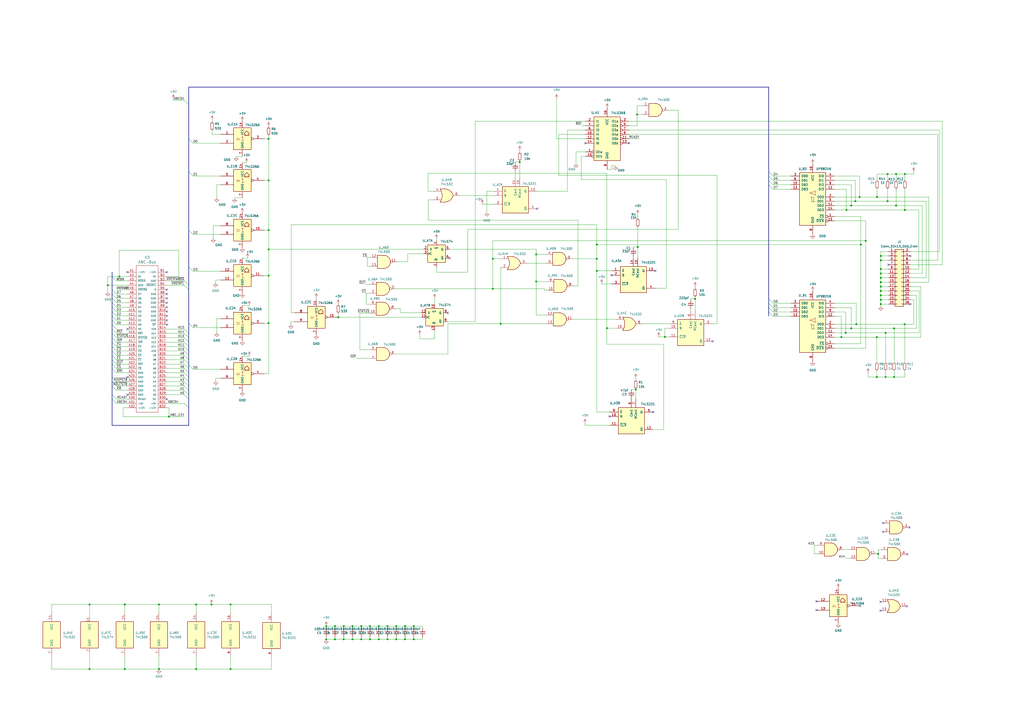
<source format=kicad_sch>
(kicad_sch
	(version 20231120)
	(generator "eeschema")
	(generator_version "8.0")
	(uuid "e1344761-a16d-4352-afe7-1fe017b9cf49")
	(paper "A2")
	(title_block
		(title "DataBoard 5076-00")
		(date "2023-10-10")
		(rev "v1.01")
		(company "SweProj")
		(comment 1 "Monty to 4680 int")
	)
	
	(junction
		(at 499.364 141.859)
		(diameter 0)
		(color 0 0 0 0)
		(uuid "052528e2-e383-4aae-84f8-951aca17a79f")
	)
	(junction
		(at 510.921 161.163)
		(diameter 0)
		(color 0 0 0 0)
		(uuid "061fc7e7-ec6f-4d37-a439-ff6a569b6c63")
	)
	(junction
		(at 493.776 190.5)
		(diameter 0)
		(color 0 0 0 0)
		(uuid "0b07d362-98e5-499d-9ca2-954b7afcfefa")
	)
	(junction
		(at 155.829 187.452)
		(diameter 0)
		(color 0 0 0 0)
		(uuid "0b10837e-8e25-47c9-a48e-64a7d6d0e2fb")
	)
	(junction
		(at 519.811 119.253)
		(diameter 0)
		(color 0 0 0 0)
		(uuid "0db0b32a-6d7d-43f0-92d1-45a802c0df94")
	)
	(junction
		(at 155.829 80.518)
		(diameter 0)
		(color 0 0 0 0)
		(uuid "0de68a69-df7b-4cc9-afab-587786d37f8c")
	)
	(junction
		(at 301.498 93.98)
		(diameter 0)
		(color 0 0 0 0)
		(uuid "0fc131df-73c3-4937-99a2-ec64b0be6886")
	)
	(junction
		(at 519.811 100.965)
		(diameter 0)
		(color 0 0 0 0)
		(uuid "10b075c1-fbe9-43b8-80cd-5d78df8576d0")
	)
	(junction
		(at 403.225 173.355)
		(diameter 0)
		(color 0 0 0 0)
		(uuid "11b36323-b85e-4120-b475-7c39fca8e9b4")
	)
	(junction
		(at 122.682 350.647)
		(diameter 0)
		(color 0 0 0 0)
		(uuid "16e15692-a995-4125-a7c7-73cfc8ba37f4")
	)
	(junction
		(at 194.31 363.22)
		(diameter 0)
		(color 0 0 0 0)
		(uuid "1792446a-985d-4027-b977-7cf3df766c46")
	)
	(junction
		(at 92.202 350.647)
		(diameter 0)
		(color 0 0 0 0)
		(uuid "17dc15a3-fbcc-4f5b-a1c6-9a6954ef2814")
	)
	(junction
		(at 385.699 195.453)
		(diameter 0)
		(color 0 0 0 0)
		(uuid "1bbd8e67-061f-45ad-8051-f464f705811a")
	)
	(junction
		(at 224.79 370.84)
		(diameter 0)
		(color 0 0 0 0)
		(uuid "1cf3675e-127b-44ca-96ee-9ef9d23a09b5")
	)
	(junction
		(at 194.31 370.84)
		(diameter 0)
		(color 0 0 0 0)
		(uuid "1f5ecc62-466f-4e4b-a0c8-34248c20aaeb")
	)
	(junction
		(at 508.762 114.3)
		(diameter 0)
		(color 0 0 0 0)
		(uuid "1fbd3293-3c23-4b71-b876-a5cedd2d78e8")
	)
	(junction
		(at 514.858 100.965)
		(diameter 0)
		(color 0 0 0 0)
		(uuid "20bde62a-31c4-4c04-98f4-a18c38c839bc")
	)
	(junction
		(at 196.215 184.023)
		(diameter 0)
		(color 0 0 0 0)
		(uuid "221d88c9-4fd2-4eec-985f-824975cbc373")
	)
	(junction
		(at 51.943 350.647)
		(diameter 0)
		(color 0 0 0 0)
		(uuid "250379e5-95d6-4fc7-b5f4-8ab4e2161846")
	)
	(junction
		(at 311.023 163.322)
		(diameter 0)
		(color 0 0 0 0)
		(uuid "25231252-ec1d-4533-b8e7-d0e68a328f9a")
	)
	(junction
		(at 513.715 218.694)
		(diameter 0)
		(color 0 0 0 0)
		(uuid "2672349f-7992-4f3c-a6d0-72c992839893")
	)
	(junction
		(at 240.03 363.22)
		(diameter 0)
		(color 0 0 0 0)
		(uuid "309e4290-da0e-4cf8-8034-292668b2eecf")
	)
	(junction
		(at 214.63 370.84)
		(diameter 0)
		(color 0 0 0 0)
		(uuid "393222b7-ac1f-4962-9cba-7a669c0bef03")
	)
	(junction
		(at 518.668 218.694)
		(diameter 0)
		(color 0 0 0 0)
		(uuid "3e5e5cd0-017a-4950-b73d-58b2b02c3e1a")
	)
	(junction
		(at 368.808 225.933)
		(diameter 0)
		(color 0 0 0 0)
		(uuid "467021e1-fd39-421f-8777-14946b95848a")
	)
	(junction
		(at 229.87 363.22)
		(diameter 0)
		(color 0 0 0 0)
		(uuid "54af1cce-1eee-4b53-abf4-4bfb354c00be")
	)
	(junction
		(at 204.47 363.22)
		(diameter 0)
		(color 0 0 0 0)
		(uuid "54efb97c-7165-4b2d-b664-c6604fe56065")
	)
	(junction
		(at 155.829 144.653)
		(diameter 0)
		(color 0 0 0 0)
		(uuid "57c705b9-3e00-4bba-a113-380a8ad37457")
	)
	(junction
		(at 502.158 139.7)
		(diameter 0)
		(color 0 0 0 0)
		(uuid "581aad9b-e192-4b7e-8ff5-fb80349f93f8")
	)
	(junction
		(at 189.23 370.84)
		(diameter 0)
		(color 0 0 0 0)
		(uuid "592b6584-ea24-4686-a252-4ca4ee2bc241")
	)
	(junction
		(at 514.858 116.713)
		(diameter 0)
		(color 0 0 0 0)
		(uuid "5af110e0-a422-4366-b5cb-0b873f302798")
	)
	(junction
		(at 518.668 190.5)
		(diameter 0)
		(color 0 0 0 0)
		(uuid "5cbef54b-5cd4-430a-856b-55a6fb5621d5")
	)
	(junction
		(at 513.715 193.04)
		(diameter 0)
		(color 0 0 0 0)
		(uuid "5e9d9fd1-8090-465b-a2d7-93e3edba56ed")
	)
	(junction
		(at 352.044 190.373)
		(diameter 0)
		(color 0 0 0 0)
		(uuid "62b21223-249c-44ee-87ec-b9e52972c7e5")
	)
	(junction
		(at 524.891 100.965)
		(diameter 0)
		(color 0 0 0 0)
		(uuid "672f1cfc-8b25-4a41-92ac-40c62c1e0c5c")
	)
	(junction
		(at 285.877 167.513)
		(diameter 0)
		(color 0 0 0 0)
		(uuid "6afaea36-fa45-4004-89f7-456d6108ed3c")
	)
	(junction
		(at 346.202 141.859)
		(diameter 0)
		(color 0 0 0 0)
		(uuid "6d26a60f-af11-4d1e-9420-b79d293a3fea")
	)
	(junction
		(at 490.982 121.793)
		(diameter 0)
		(color 0 0 0 0)
		(uuid "6fd74907-8ac6-4a16-9f9a-848061a158f4")
	)
	(junction
		(at 224.79 363.22)
		(diameter 0)
		(color 0 0 0 0)
		(uuid "72d3d6ca-5110-47c0-9ddf-34598e1d86fb")
	)
	(junction
		(at 234.95 363.22)
		(diameter 0)
		(color 0 0 0 0)
		(uuid "76d63834-ff92-4c96-9176-1d9decd71690")
	)
	(junction
		(at 510.921 166.243)
		(diameter 0)
		(color 0 0 0 0)
		(uuid "797d5297-c181-4336-93fd-dc30db7c3c48")
	)
	(junction
		(at 524.891 121.793)
		(diameter 0)
		(color 0 0 0 0)
		(uuid "7ba73a54-ce68-428e-97ef-5e3b3e4ece6f")
	)
	(junction
		(at 490.601 193.04)
		(diameter 0)
		(color 0 0 0 0)
		(uuid "7bbe4694-ea5e-46c8-8d7c-7e977cbc61ba")
	)
	(junction
		(at 488.061 195.58)
		(diameter 0)
		(color 0 0 0 0)
		(uuid "8601e728-9bf5-4e9f-9bb2-d6df254e8a9d")
	)
	(junction
		(at 510.921 151.003)
		(diameter 0)
		(color 0 0 0 0)
		(uuid "89a7564e-e598-4572-94f8-58b68a1f1be6")
	)
	(junction
		(at 113.792 350.647)
		(diameter 0)
		(color 0 0 0 0)
		(uuid "89dcfcb0-cb69-4597-acc4-7f80583ac6be")
	)
	(junction
		(at 510.921 148.463)
		(diameter 0)
		(color 0 0 0 0)
		(uuid "8ec1f25c-29d5-47dd-a31c-572bdb3e6321")
	)
	(junction
		(at 199.39 370.84)
		(diameter 0)
		(color 0 0 0 0)
		(uuid "9046dd0f-559a-4976-8f0f-b717f2f61e83")
	)
	(junction
		(at 219.71 370.84)
		(diameter 0)
		(color 0 0 0 0)
		(uuid "94c72830-7037-432d-83ae-fc1d31817a10")
	)
	(junction
		(at 155.829 159.893)
		(diameter 0)
		(color 0 0 0 0)
		(uuid "95c86699-56ac-4a2b-b44c-84081c8900bb")
	)
	(junction
		(at 199.39 363.22)
		(diameter 0)
		(color 0 0 0 0)
		(uuid "96451c4f-d9b9-4b04-8bc8-04921ddf58ab")
	)
	(junction
		(at 113.792 388.112)
		(diameter 0)
		(color 0 0 0 0)
		(uuid "97c6e4a9-1361-460c-9d37-f46239376b19")
	)
	(junction
		(at 72.39 350.647)
		(diameter 0)
		(color 0 0 0 0)
		(uuid "99215be3-aec9-49ea-ace9-56f6665b74a7")
	)
	(junction
		(at 219.71 363.22)
		(diameter 0)
		(color 0 0 0 0)
		(uuid "9a856c13-5294-438d-96aa-e21d50a86e16")
	)
	(junction
		(at 155.829 133.477)
		(diameter 0)
		(color 0 0 0 0)
		(uuid "9e24b332-d6d2-4d0c-9a2b-b0d209485606")
	)
	(junction
		(at 285.877 150.114)
		(diameter 0)
		(color 0 0 0 0)
		(uuid "9ee349c3-9613-4227-831a-93d33c72d8cd")
	)
	(junction
		(at 189.23 363.22)
		(diameter 0)
		(color 0 0 0 0)
		(uuid "a07293e0-48ae-4841-8d69-f22b52c50f30")
	)
	(junction
		(at 133.731 350.647)
		(diameter 0)
		(color 0 0 0 0)
		(uuid "a52ff036-d0d0-4e1a-a1d2-844ed4881daf")
	)
	(junction
		(at 204.47 370.84)
		(diameter 0)
		(color 0 0 0 0)
		(uuid "a6b8d745-0b65-42ff-adf0-bc613914e099")
	)
	(junction
		(at 510.921 173.863)
		(diameter 0)
		(color 0 0 0 0)
		(uuid "a7236d31-b217-4107-9763-70ce40db47eb")
	)
	(junction
		(at 155.829 104.648)
		(diameter 0)
		(color 0 0 0 0)
		(uuid "ad3d9f2a-3c6a-404f-8293-46cd80da200c")
	)
	(junction
		(at 346.202 157.099)
		(diameter 0)
		(color 0 0 0 0)
		(uuid "b261876a-26f6-4470-9867-fae9c20c7e99")
	)
	(junction
		(at 508.635 218.694)
		(diameter 0)
		(color 0 0 0 0)
		(uuid "b2fcf4f3-6c2f-473c-a4b5-a2bbb87f2258")
	)
	(junction
		(at 493.776 119.253)
		(diameter 0)
		(color 0 0 0 0)
		(uuid "b519d58e-9268-4176-804a-7676948c00c0")
	)
	(junction
		(at 72.39 388.112)
		(diameter 0)
		(color 0 0 0 0)
		(uuid "b64a8279-69ec-4e30-94ee-0b2ff96681e2")
	)
	(junction
		(at 369.951 143.256)
		(diameter 0)
		(color 0 0 0 0)
		(uuid "b9e1be20-32eb-4cf3-9ae5-1d5d63d1487a")
	)
	(junction
		(at 290.449 187.833)
		(diameter 0)
		(color 0 0 0 0)
		(uuid "baf4e651-4e26-491e-849b-47aae9e5dd05")
	)
	(junction
		(at 62.484 165.481)
		(diameter 0)
		(color 0 0 0 0)
		(uuid "bc7243a7-4083-4c49-bc6d-caedc1b95983")
	)
	(junction
		(at 369.57 66.421)
		(diameter 0)
		(color 0 0 0 0)
		(uuid "c28b65de-0fcf-4f1d-8a6f-e377a7e65891")
	)
	(junction
		(at 229.87 370.84)
		(diameter 0)
		(color 0 0 0 0)
		(uuid "c4dee15a-1bd3-47ac-a989-f9303908b953")
	)
	(junction
		(at 498.602 114.3)
		(diameter 0)
		(color 0 0 0 0)
		(uuid "c766ae45-8178-4814-8080-721bbe56d21f")
	)
	(junction
		(at 209.55 370.84)
		(diameter 0)
		(color 0 0 0 0)
		(uuid "cc0953f3-a049-4696-95a8-5b13f9eb4f96")
	)
	(junction
		(at 496.697 188.087)
		(diameter 0)
		(color 0 0 0 0)
		(uuid "d155452a-d075-4be8-b151-bc5cbf425e43")
	)
	(junction
		(at 346.202 150.114)
		(diameter 0)
		(color 0 0 0 0)
		(uuid "d949fe8b-e21b-452c-bd92-c61a31d9830f")
	)
	(junction
		(at 508.635 195.58)
		(diameter 0)
		(color 0 0 0 0)
		(uuid "dbc2ed50-42f1-42d5-a831-10a5ab91b0d3")
	)
	(junction
		(at 51.943 388.112)
		(diameter 0)
		(color 0 0 0 0)
		(uuid "de0d60db-8f22-4e37-b6f6-a69d5aad70bd")
	)
	(junction
		(at 311.023 147.574)
		(diameter 0)
		(color 0 0 0 0)
		(uuid "dffd7609-8772-4965-b7ae-31b6cb4f22d0")
	)
	(junction
		(at 209.55 363.22)
		(diameter 0)
		(color 0 0 0 0)
		(uuid "e29c2c20-650e-41e1-825f-6ae93437483a")
	)
	(junction
		(at 510.921 168.783)
		(diameter 0)
		(color 0 0 0 0)
		(uuid "e2fbfdc3-6da7-428c-b68e-463e0274a85f")
	)
	(junction
		(at 510.921 171.323)
		(diameter 0)
		(color 0 0 0 0)
		(uuid "e4f5412c-1397-4191-8982-dbf1b176b108")
	)
	(junction
		(at 510.921 176.403)
		(diameter 0)
		(color 0 0 0 0)
		(uuid "e65ca791-7ceb-4c94-b7c3-ee89608272cc")
	)
	(junction
		(at 524.764 188.087)
		(diameter 0)
		(color 0 0 0 0)
		(uuid "e72de6f7-2e7c-4347-94c7-61017dea7f6f")
	)
	(junction
		(at 214.63 363.22)
		(diameter 0)
		(color 0 0 0 0)
		(uuid "e8762327-08bb-41e9-8750-e9a150ced230")
	)
	(junction
		(at 240.03 370.84)
		(diameter 0)
		(color 0 0 0 0)
		(uuid "e8c69f34-9659-4f71-81cf-a70cd3f39303")
	)
	(junction
		(at 510.921 156.083)
		(diameter 0)
		(color 0 0 0 0)
		(uuid "ec09a768-4dc6-409f-a6bf-db8f92a1d19e")
	)
	(junction
		(at 234.95 370.84)
		(diameter 0)
		(color 0 0 0 0)
		(uuid "ec700de9-c8e4-47db-a171-ce73f7ebc83b")
	)
	(junction
		(at 496.189 116.713)
		(diameter 0)
		(color 0 0 0 0)
		(uuid "ee26f436-55d2-42e5-aa19-31da9f66420c")
	)
	(junction
		(at 133.731 388.112)
		(diameter 0)
		(color 0 0 0 0)
		(uuid "eee21a41-32ef-42bc-af44-82b2acbf91bd")
	)
	(junction
		(at 69.215 160.401)
		(diameter 0)
		(color 0 0 0 0)
		(uuid "f0a65f14-1f8a-4d90-8b96-fd5966b48bce")
	)
	(junction
		(at 510.921 163.703)
		(diameter 0)
		(color 0 0 0 0)
		(uuid "f6237a56-2f83-4400-89da-9c7c6685d7ce")
	)
	(junction
		(at 510.921 158.623)
		(diameter 0)
		(color 0 0 0 0)
		(uuid "f6f360a6-935d-453d-aba8-d0af683be396")
	)
	(junction
		(at 92.202 388.112)
		(diameter 0)
		(color 0 0 0 0)
		(uuid "fd7aec49-b26e-443f-b81f-30abb4fc2834")
	)
	(junction
		(at 98.044 241.681)
		(diameter 0)
		(color 0 0 0 0)
		(uuid "ff2206c5-16fc-4678-bb7c-4b796b3360f3")
	)
	(junction
		(at 509.397 321.31)
		(diameter 0)
		(color 0 0 0 0)
		(uuid "ff8f1fbb-eab0-451b-80a0-f3f275723235")
	)
	(no_connect
		(at 380.111 157.099)
		(uuid "06c0b398-f976-4f35-9b05-d69bd5e44b06")
	)
	(no_connect
		(at 353.568 241.554)
		(uuid "1325791f-aa98-4779-aed2-1c5914d0d6d0")
	)
	(no_connect
		(at 512.318 308.483)
		(uuid "169dde45-2adb-494e-8851-0fdd90aac3ff")
	)
	(no_connect
		(at 96.774 175.641)
		(uuid "16bfdf8b-4ff4-4fdb-9d6e-4cec12910acc")
	)
	(no_connect
		(at 260.858 149.733)
		(uuid "1a300d92-fe9b-4ef4-955b-9f4a8ad03962")
	)
	(no_connect
		(at 73.914 157.861)
		(uuid "1fa9a592-55dc-4c73-bd74-00b410fcf670")
	)
	(no_connect
		(at 413.385 197.993)
		(uuid "2248a912-664e-4818-b6f5-f7190e5a3dee")
	)
	(no_connect
		(at 354.711 159.639)
		(uuid "24bdc251-e682-44ca-806b-d02872fdd3d4")
	)
	(no_connect
		(at 96.774 185.801)
		(uuid "3f780a80-fc47-49d8-8b54-3f10de636578")
	)
	(no_connect
		(at 73.914 190.881)
		(uuid "40235471-13b6-4d20-86dc-653ec792172f")
	)
	(no_connect
		(at 96.774 183.261)
		(uuid "44d2d1a3-06b1-4dfb-9900-815abffa5225")
	)
	(no_connect
		(at 526.034 351.663)
		(uuid "492656fc-dd38-4d4c-bca3-cc81be59c201")
	)
	(no_connect
		(at 473.583 348.869)
		(uuid "4b91b015-1c00-420f-9ca1-2c8087f696ce")
	)
	(no_connect
		(at 96.774 231.521)
		(uuid "4b9813f6-816b-4eca-8ebf-307799df2dd1")
	)
	(no_connect
		(at 526.288 321.437)
		(uuid "4eba1729-c783-49a9-964c-d4e5321c28c6")
	)
	(no_connect
		(at 528.066 176.403)
		(uuid "521bad43-6bf9-4403-a864-b9fc22753ac7")
	)
	(no_connect
		(at 339.471 83.058)
		(uuid "5a0172f0-5941-413d-bdee-3140b7dbe25b")
	)
	(no_connect
		(at 510.794 349.123)
		(uuid "7082cf73-cc4d-47b3-9e91-366882c1454c")
	)
	(no_connect
		(at 311.658 121.031)
		(uuid "7d749f55-7411-4f3f-a746-398a77bd4107")
	)
	(no_connect
		(at 527.558 305.943)
		(uuid "7f609a4c-7e0d-4173-9786-ef2ec1321de6")
	)
	(no_connect
		(at 96.774 168.021)
		(uuid "805f5652-762d-4aed-8e1a-945863b6196a")
	)
	(no_connect
		(at 528.066 148.463)
		(uuid "81d9eda6-405b-43a5-9d7d-bf353cce2554")
	)
	(no_connect
		(at 73.914 228.981)
		(uuid "878635a3-101d-4100-b5d0-3826866f8f56")
	)
	(no_connect
		(at 73.914 218.821)
		(uuid "96ed4486-b8dc-4cc0-8ee3-ae3e88a1edff")
	)
	(no_connect
		(at 498.983 351.409)
		(uuid "a727b89b-96ad-43e2-9e23-53889259555b")
	)
	(no_connect
		(at 512.318 303.403)
		(uuid "ae6e8d85-bbf1-4603-810d-76675d8c2d56")
	)
	(no_connect
		(at 378.968 239.014)
		(uuid "bd62f7fc-7be4-4660-937e-b1c8ee5a38ce")
	)
	(no_connect
		(at 96.774 157.861)
		(uuid "bdc57126-bc97-4dc4-ba77-c5501c9c98b4")
	)
	(no_connect
		(at 510.794 354.203)
		(uuid "c283528f-ca05-4d11-97e4-610c8573cb5c")
	)
	(no_connect
		(at 515.366 153.543)
		(uuid "c345d07a-a19d-4c49-a84b-20fee33a04ae")
	)
	(no_connect
		(at 96.901 188.341)
		(uuid "c3cb02ef-ff8b-4741-9623-b3ee1014abfd")
	)
	(no_connect
		(at 364.871 83.058)
		(uuid "c3cbc405-bd8c-4141-94d4-9b0319aa16ec")
	)
	(no_connect
		(at 96.774 180.721)
		(uuid "d0c908f3-c49a-4102-a84a-c37518a31711")
	)
	(no_connect
		(at 96.774 178.181)
		(uuid "db37e3d7-2152-49eb-9897-bdc83693242d")
	)
	(no_connect
		(at 96.774 173.101)
		(uuid "dcc42455-5ffb-47a0-8fa4-2004cbb9c310")
	)
	(no_connect
		(at 259.715 181.483)
		(uuid "ebbb5329-36e7-493a-8ee7-55935fe3a11d")
	)
	(no_connect
		(at 473.583 353.949)
		(uuid "f58d3e58-8ce3-4f16-b7d1-af3e1d9cd1df")
	)
	(no_connect
		(at 96.774 170.561)
		(uuid "f7320d7a-4719-4302-98a0-da200e219076")
	)
	(bus_entry
		(at 106.934 211.201)
		(size 2.54 2.54)
		(stroke
			(width 0)
			(type default)
		)
		(uuid "01053439-3015-4b3f-9392-b3ffb976db5e")
	)
	(bus_entry
		(at 109.474 80.518)
		(size 2.54 2.54)
		(stroke
			(width 0)
			(type default)
		)
		(uuid "02aa8ff0-aa69-431a-a0e8-7da2fb604b96")
	)
	(bus_entry
		(at 448.437 178.435)
		(size -2.54 -2.54)
		(stroke
			(width 0)
			(type default)
		)
		(uuid "0a95ac7d-4ccb-4003-83ae-5aee6ea23afa")
	)
	(bus_entry
		(at 109.474 133.477)
		(size 2.54 2.54)
		(stroke
			(width 0)
			(type default)
		)
		(uuid "0c9fe4f6-e00f-4780-bdc4-5a2ac35cc084")
	)
	(bus_entry
		(at 106.934 203.581)
		(size 2.54 2.54)
		(stroke
			(width 0)
			(type default)
		)
		(uuid "0f3b42ce-e00c-4ef2-945a-af781727f7d8")
	)
	(bus_entry
		(at 65.024 231.521)
		(size 2.54 2.54)
		(stroke
			(width 0)
			(type default)
		)
		(uuid "1de07041-f163-4db2-86c4-cadf86f74e0c")
	)
	(bus_entry
		(at 448.437 107.188)
		(size -2.54 -2.54)
		(stroke
			(width 0)
			(type default)
		)
		(uuid "1e854e46-0ace-4d8e-be55-0f6bc34b3d1b")
	)
	(bus_entry
		(at 65.024 193.421)
		(size 2.54 2.54)
		(stroke
			(width 0)
			(type default)
		)
		(uuid "2913c644-b707-463b-8ca1-68bddaec7993")
	)
	(bus_entry
		(at 109.474 99.568)
		(size 2.54 2.54)
		(stroke
			(width 0)
			(type default)
		)
		(uuid "29b59726-78f1-4ddf-9850-a96bb678d4ea")
	)
	(bus_entry
		(at 448.437 102.108)
		(size -2.54 -2.54)
		(stroke
			(width 0)
			(type default)
		)
		(uuid "2ce13aec-dd11-4ad5-a5de-e1510d636c9d")
	)
	(bus_entry
		(at 65.024 208.661)
		(size 2.54 2.54)
		(stroke
			(width 0)
			(type default)
		)
		(uuid "2ecce6ff-c290-417f-b224-1ddce1a62be5")
	)
	(bus_entry
		(at 65.024 211.201)
		(size 2.54 2.54)
		(stroke
			(width 0)
			(type default)
		)
		(uuid "316cec35-c6a3-4c8b-b432-23ada430a236")
	)
	(bus_entry
		(at 106.934 228.981)
		(size 2.54 2.54)
		(stroke
			(width 0)
			(type default)
		)
		(uuid "3eb37a20-661e-4c2e-a039-cd876af3cb00")
	)
	(bus_entry
		(at 109.474 187.452)
		(size 2.54 2.54)
		(stroke
			(width 0)
			(type default)
		)
		(uuid "3fea4113-c862-4bcd-b05f-634d9bc47f90")
	)
	(bus_entry
		(at 109.474 211.709)
		(size 2.54 2.54)
		(stroke
			(width 0)
			(type default)
		)
		(uuid "43e6436a-608a-4001-8f98-af700ea57504")
	)
	(bus_entry
		(at 65.024 218.821)
		(size 2.54 2.54)
		(stroke
			(width 0)
			(type default)
		)
		(uuid "4ac6a1c5-783e-4208-8b32-ebfc6c1e73fd")
	)
	(bus_entry
		(at 106.934 165.481)
		(size 2.54 2.54)
		(stroke
			(width 0)
			(type default)
		)
		(uuid "4e809a2e-e3e4-4d85-9c39-b6ac4492e7e1")
	)
	(bus_entry
		(at 65.024 190.881)
		(size 2.54 2.54)
		(stroke
			(width 0)
			(type default)
		)
		(uuid "5327d624-e07f-4177-a3a5-da8616353e9f")
	)
	(bus_entry
		(at 448.437 180.975)
		(size -2.54 -2.54)
		(stroke
			(width 0)
			(type default)
		)
		(uuid "56124955-7cf9-4e1f-98af-039d70d5f243")
	)
	(bus_entry
		(at 65.024 168.021)
		(size 2.54 2.54)
		(stroke
			(width 0)
			(type default)
		)
		(uuid "5f8c98ea-b010-499b-b676-b3bb0d6392f9")
	)
	(bus_entry
		(at 106.934 218.821)
		(size 2.54 2.54)
		(stroke
			(width 0)
			(type default)
		)
		(uuid "6191a6b0-4bae-402a-be45-a932057344e0")
	)
	(bus_entry
		(at 106.934 198.501)
		(size 2.54 2.54)
		(stroke
			(width 0)
			(type default)
		)
		(uuid "685d1f8d-1826-40b4-bbc6-987755cbb9c9")
	)
	(bus_entry
		(at 65.024 201.041)
		(size 2.54 2.54)
		(stroke
			(width 0)
			(type default)
		)
		(uuid "6d5fb875-4042-4380-9b98-8a02b92cebaf")
	)
	(bus_entry
		(at 106.934 234.061)
		(size 2.54 2.54)
		(stroke
			(width 0)
			(type default)
		)
		(uuid "6f07cf57-0a95-444d-8582-8f6ebce84c64")
	)
	(bus_entry
		(at 448.437 175.895)
		(size -2.54 -2.54)
		(stroke
			(width 0)
			(type default)
		)
		(uuid "710d2272-4b87-4e64-97ec-61cb8f7b8200")
	)
	(bus_entry
		(at 65.024 173.101)
		(size 2.54 2.54)
		(stroke
			(width 0)
			(type default)
		)
		(uuid "74ebbf4b-8ea4-408d-a6f7-1862679be319")
	)
	(bus_entry
		(at 65.024 195.961)
		(size 2.54 2.54)
		(stroke
			(width 0)
			(type default)
		)
		(uuid "77359e95-30e7-4577-a59d-8656fc4ab594")
	)
	(bus_entry
		(at 106.934 58.166)
		(size 2.54 2.54)
		(stroke
			(width 0)
			(type default)
		)
		(uuid "7b1aad07-f9df-4a2b-8328-5d3480fb06fb")
	)
	(bus_entry
		(at 65.024 213.741)
		(size 2.54 2.54)
		(stroke
			(width 0)
			(type default)
		)
		(uuid "7da96928-0323-4b57-a856-6e89fd5cfc85")
	)
	(bus_entry
		(at 65.024 198.501)
		(size 2.54 2.54)
		(stroke
			(width 0)
			(type default)
		)
		(uuid "7debabe0-7f59-4b3e-a92c-1d17cc091745")
	)
	(bus_entry
		(at 65.024 160.401)
		(size 2.54 2.54)
		(stroke
			(width 0)
			(type default)
		)
		(uuid "7fa3101a-7f68-468c-bfe6-764fef7057e3")
	)
	(bus_entry
		(at 106.934 221.361)
		(size 2.54 2.54)
		(stroke
			(width 0)
			(type default)
		)
		(uuid "8b2be389-e523-4162-b20c-5d99dee34033")
	)
	(bus_entry
		(at 65.024 223.901)
		(size 2.54 2.54)
		(stroke
			(width 0)
			(type default)
		)
		(uuid "8ee4b4b8-97b6-4c67-8531-21dbaf94ef0f")
	)
	(bus_entry
		(at 106.934 208.661)
		(size 2.54 2.54)
		(stroke
			(width 0)
			(type default)
		)
		(uuid "9324b280-26e9-445b-bfe6-7ff38039cc2c")
	)
	(bus_entry
		(at 106.934 216.281)
		(size 2.54 2.54)
		(stroke
			(width 0)
			(type default)
		)
		(uuid "935c0088-085f-45f1-a622-671c085e74d3")
	)
	(bus_entry
		(at 109.474 154.813)
		(size 2.54 2.54)
		(stroke
			(width 0)
			(type default)
		)
		(uuid "9c6cf58a-4a0b-4362-bc11-682e10735686")
	)
	(bus_entry
		(at 106.934 201.041)
		(size 2.54 2.54)
		(stroke
			(width 0)
			(type default)
		)
		(uuid "9cc39e3d-3ab1-4a2f-b374-9f0481bc2b2b")
	)
	(bus_entry
		(at 65.024 206.121)
		(size 2.54 2.54)
		(stroke
			(width 0)
			(type default)
		)
		(uuid "9e11ec75-4b01-4012-bf0a-e3bdaf18eb84")
	)
	(bus_entry
		(at 448.437 104.648)
		(size -2.54 -2.54)
		(stroke
			(width 0)
			(type default)
		)
		(uuid "a1e7ada3-0dc2-403c-8792-e0e91a917c09")
	)
	(bus_entry
		(at 106.934 193.421)
		(size 2.54 2.54)
		(stroke
			(width 0)
			(type default)
		)
		(uuid "a50b90e3-70fb-4a39-ac9d-1076e17f11e2")
	)
	(bus_entry
		(at 106.934 226.441)
		(size 2.54 2.54)
		(stroke
			(width 0)
			(type default)
		)
		(uuid "af21fd31-5243-4993-99cf-0729b979b6e6")
	)
	(bus_entry
		(at 448.437 183.515)
		(size -2.54 -2.54)
		(stroke
			(width 0)
			(type default)
		)
		(uuid "b423effc-2c83-475e-bb3a-89c6758ea651")
	)
	(bus_entry
		(at 106.934 213.741)
		(size 2.54 2.54)
		(stroke
			(width 0)
			(type default)
		)
		(uuid "b501700f-a042-43ef-b024-a30dfc0e66df")
	)
	(bus_entry
		(at 106.934 162.941)
		(size 2.54 2.54)
		(stroke
			(width 0)
			(type default)
		)
		(uuid "bb0ca659-b2ab-4efb-af05-45592dd79849")
	)
	(bus_entry
		(at 106.934 223.901)
		(size 2.54 2.54)
		(stroke
			(width 0)
			(type default)
		)
		(uuid "be57e6a7-1d18-47e2-96ab-77f1bba1be8c")
	)
	(bus_entry
		(at 65.024 221.361)
		(size 2.54 2.54)
		(stroke
			(width 0)
			(type default)
		)
		(uuid "c03c227c-070c-4900-a851-c0b43e4039f3")
	)
	(bus_entry
		(at 65.024 170.561)
		(size 2.54 2.54)
		(stroke
			(width 0)
			(type default)
		)
		(uuid "c67490ce-b99b-481d-a3c6-35aa62336163")
	)
	(bus_entry
		(at 65.024 228.981)
		(size 2.54 2.54)
		(stroke
			(width 0)
			(type default)
		)
		(uuid "c9d25756-9989-4873-af1c-7c49d63f3bd0")
	)
	(bus_entry
		(at 106.934 190.881)
		(size 2.54 2.54)
		(stroke
			(width 0)
			(type default)
		)
		(uuid "cab92929-90c6-4749-8323-aeae47aabf6c")
	)
	(bus_entry
		(at 65.024 175.641)
		(size 2.54 2.54)
		(stroke
			(width 0)
			(type default)
		)
		(uuid "cf4a173e-f729-41c6-a15e-ac2a1c006a13")
	)
	(bus_entry
		(at 106.934 206.121)
		(size 2.54 2.54)
		(stroke
			(width 0)
			(type default)
		)
		(uuid "d96126b7-a15b-4af6-bfb2-996ef68e49a9")
	)
	(bus_entry
		(at 65.024 185.801)
		(size 2.54 2.54)
		(stroke
			(width 0)
			(type default)
		)
		(uuid "ddd45130-dbcb-4d82-8e87-6cecf128a3a1")
	)
	(bus_entry
		(at 65.024 180.721)
		(size 2.54 2.54)
		(stroke
			(width 0)
			(type default)
		)
		(uuid "ea2c2b10-f306-4c84-8da0-6f245d853ced")
	)
	(bus_entry
		(at 65.024 203.581)
		(size 2.54 2.54)
		(stroke
			(width 0)
			(type default)
		)
		(uuid "ec791be9-44f7-4234-8cac-12d400b81293")
	)
	(bus_entry
		(at 106.934 195.961)
		(size 2.54 2.54)
		(stroke
			(width 0)
			(type default)
		)
		(uuid "f2249e77-30d1-47b9-87b1-f0b40aee6bd9")
	)
	(bus_entry
		(at 65.024 183.261)
		(size 2.54 2.54)
		(stroke
			(width 0)
			(type default)
		)
		(uuid "f2bf9b43-f67f-4fd3-87ab-6bfcadfbc47c")
	)
	(bus_entry
		(at 65.024 178.181)
		(size 2.54 2.54)
		(stroke
			(width 0)
			(type default)
		)
		(uuid "f4dfcb85-e568-4b31-906f-547cb7b768d3")
	)
	(bus_entry
		(at 65.024 188.341)
		(size 2.54 2.54)
		(stroke
			(width 0)
			(type default)
		)
		(uuid "f64a2b66-9a7f-43e7-b080-37f6688bef49")
	)
	(bus_entry
		(at 448.437 109.728)
		(size -2.54 -2.54)
		(stroke
			(width 0)
			(type default)
		)
		(uuid "f96b01a9-7972-435f-8826-6559ed0d4b05")
	)
	(wire
		(pts
			(xy 229.87 370.84) (xy 224.79 370.84)
		)
		(stroke
			(width 0)
			(type default)
		)
		(uuid "0109ee4f-5d99-4327-88b3-62f23b5bfb44")
	)
	(bus
		(pts
			(xy 445.897 104.648) (xy 445.897 102.108)
		)
		(stroke
			(width 0)
			(type default)
		)
		(uuid "0194313c-6295-4c82-851d-df23fb271dfe")
	)
	(wire
		(pts
			(xy 524.891 100.965) (xy 519.811 100.965)
		)
		(stroke
			(width 0)
			(type default)
		)
		(uuid "0195daa4-6fe9-42e7-9bf7-bb6eff3a08f8")
	)
	(wire
		(pts
			(xy 155.829 187.452) (xy 155.829 216.789)
		)
		(stroke
			(width 0)
			(type default)
		)
		(uuid "01f9d02b-952a-40d6-bc03-ca87584f5b1a")
	)
	(wire
		(pts
			(xy 252.095 173.228) (xy 252.095 176.403)
		)
		(stroke
			(width 0)
			(type default)
		)
		(uuid "022303d6-159f-421b-9c3f-d10b290d877c")
	)
	(wire
		(pts
			(xy 72.39 350.647) (xy 92.202 350.647)
		)
		(stroke
			(width 0)
			(type default)
		)
		(uuid "032bd277-eb24-4a60-8a36-0a29e7fcdb41")
	)
	(wire
		(pts
			(xy 113.792 350.647) (xy 122.682 350.647)
		)
		(stroke
			(width 0)
			(type default)
		)
		(uuid "03894722-9bea-4b67-bef7-a4bf15f867ce")
	)
	(bus
		(pts
			(xy 109.474 211.709) (xy 109.474 213.741)
		)
		(stroke
			(width 0)
			(type default)
		)
		(uuid "038b5621-d891-4275-bdc7-b60f88583dce")
	)
	(wire
		(pts
			(xy 498.602 102.108) (xy 498.602 114.3)
		)
		(stroke
			(width 0)
			(type default)
		)
		(uuid "03950e0d-dd11-4743-bec1-3f906d9577b6")
	)
	(wire
		(pts
			(xy 285.877 167.513) (xy 315.849 167.513)
		)
		(stroke
			(width 0)
			(type default)
		)
		(uuid "039b3429-94a8-4c7f-be6a-f7f6ca65864e")
	)
	(wire
		(pts
			(xy 212.979 154.432) (xy 215.011 154.432)
		)
		(stroke
			(width 0)
			(type default)
		)
		(uuid "0516eb9a-0085-4d7d-8258-70a25bb51395")
	)
	(wire
		(pts
			(xy 301.498 87.249) (xy 301.498 88.265)
		)
		(stroke
			(width 0)
			(type default)
		)
		(uuid "051fc3e2-ab1d-4f8b-a1d9-07765987994c")
	)
	(wire
		(pts
			(xy 92.202 388.112) (xy 92.202 381)
		)
		(stroke
			(width 0)
			(type default)
		)
		(uuid "0568c853-e863-4fca-af6f-f16292e38f53")
	)
	(wire
		(pts
			(xy 315.849 167.513) (xy 315.849 168.402)
		)
		(stroke
			(width 0)
			(type default)
		)
		(uuid "05b9b208-0314-4824-8468-ff5e42b2a76b")
	)
	(wire
		(pts
			(xy 298.958 94.361) (xy 298.958 93.98)
		)
		(stroke
			(width 0)
			(type default)
		)
		(uuid "069fbbc9-3a48-4806-a88a-7b474e5abdd7")
	)
	(wire
		(pts
			(xy 518.668 190.5) (xy 518.668 210.058)
		)
		(stroke
			(width 0)
			(type default)
		)
		(uuid "071ecbb2-233d-47d3-9e91-a549c9adfec7")
	)
	(wire
		(pts
			(xy 282.448 122.936) (xy 282.448 110.871)
		)
		(stroke
			(width 0)
			(type default)
		)
		(uuid "0730dfa6-6c51-40fb-b4a0-9f41ee8f9b0a")
	)
	(wire
		(pts
			(xy 493.776 107.188) (xy 493.776 119.253)
		)
		(stroke
			(width 0)
			(type default)
		)
		(uuid "07ce2e94-5e97-4aee-8b99-fd3006aa7429")
	)
	(bus
		(pts
			(xy 109.474 60.706) (xy 109.474 80.518)
		)
		(stroke
			(width 0)
			(type default)
		)
		(uuid "084c6f1c-9be7-4d6b-9a5c-752ab33ab147")
	)
	(wire
		(pts
			(xy 103.632 160.401) (xy 103.632 145.161)
		)
		(stroke
			(width 0)
			(type default)
		)
		(uuid "0a593549-06e9-4422-a86d-57bbcce586f4")
	)
	(wire
		(pts
			(xy 511.048 318.897) (xy 509.397 318.897)
		)
		(stroke
			(width 0)
			(type default)
		)
		(uuid "0a8e6995-cd67-4090-8f1d-c1e2c4ef8752")
	)
	(bus
		(pts
			(xy 109.474 193.421) (xy 109.474 195.961)
		)
		(stroke
			(width 0)
			(type default)
		)
		(uuid "0ba2283c-57b7-4090-b097-42d5fd7aa61d")
	)
	(wire
		(pts
			(xy 510.921 176.403) (xy 510.921 177.546)
		)
		(stroke
			(width 0)
			(type default)
		)
		(uuid "0c7d8bc4-3ab7-4433-bfae-a43fc69ad598")
	)
	(wire
		(pts
			(xy 337.185 90.678) (xy 339.471 90.678)
		)
		(stroke
			(width 0)
			(type default)
		)
		(uuid "0c81c7b0-beec-4f07-af41-2de2034695a0")
	)
	(wire
		(pts
			(xy 214.376 176.53) (xy 212.471 176.53)
		)
		(stroke
			(width 0)
			(type default)
		)
		(uuid "0d938380-146a-4f43-8da8-a7049b089978")
	)
	(wire
		(pts
			(xy 232.156 179.07) (xy 232.156 181.483)
		)
		(stroke
			(width 0)
			(type default)
		)
		(uuid "0e235ab5-2fba-4586-aaec-2177423e7168")
	)
	(wire
		(pts
			(xy 484.124 180.975) (xy 490.601 180.975)
		)
		(stroke
			(width 0)
			(type default)
		)
		(uuid "0f3f8bd1-1a93-41ed-b209-dab28925c3d9")
	)
	(wire
		(pts
			(xy 352.044 100.584) (xy 352.044 190.373)
		)
		(stroke
			(width 0)
			(type default)
		)
		(uuid "10256f2d-146e-4954-a88b-17d846f234bc")
	)
	(wire
		(pts
			(xy 335.28 127.762) (xy 248.412 127.762)
		)
		(stroke
			(width 0)
			(type default)
		)
		(uuid "122f0fca-f4ff-4dd3-912d-b8e71874c97f")
	)
	(wire
		(pts
			(xy 510.921 156.083) (xy 510.921 158.623)
		)
		(stroke
			(width 0)
			(type default)
		)
		(uuid "128f299f-0178-4a26-aa7e-28d4000846dd")
	)
	(wire
		(pts
			(xy 346.202 141.859) (xy 499.364 141.859)
		)
		(stroke
			(width 0)
			(type default)
		)
		(uuid "13817bfb-a7a5-4c2c-9b11-c4bd3f278b51")
	)
	(wire
		(pts
			(xy 484.124 121.793) (xy 490.982 121.793)
		)
		(stroke
			(width 0)
			(type default)
		)
		(uuid "13a3b9c4-1fb1-4687-9f1b-326bf424f6ed")
	)
	(wire
		(pts
			(xy 366.268 226.06) (xy 366.268 225.933)
		)
		(stroke
			(width 0)
			(type default)
		)
		(uuid "14084275-652a-45e3-9a84-2e6a68a24bc7")
	)
	(wire
		(pts
			(xy 528.066 168.783) (xy 533.146 168.783)
		)
		(stroke
			(width 0)
			(type default)
		)
		(uuid "143e2b51-b5fa-4157-8b1d-0c7a8b1667ec")
	)
	(bus
		(pts
			(xy 109.474 231.521) (xy 109.474 236.601)
		)
		(stroke
			(width 0)
			(type default)
		)
		(uuid "14fbaf0c-892b-4062-92c4-35c899f353ca")
	)
	(bus
		(pts
			(xy 65.024 193.421) (xy 65.024 195.961)
		)
		(stroke
			(width 0)
			(type default)
		)
		(uuid "15c83ce9-95ff-493c-b8d4-635c6ab9e277")
	)
	(wire
		(pts
			(xy 113.792 388.112) (xy 92.202 388.112)
		)
		(stroke
			(width 0)
			(type default)
		)
		(uuid "1614f58f-69a7-4930-bf04-4f1b3cc876e3")
	)
	(wire
		(pts
			(xy 143.637 149.733) (xy 143.637 149.606)
		)
		(stroke
			(width 0)
			(type default)
		)
		(uuid "170636bf-2959-4716-8292-87d314508f6a")
	)
	(wire
		(pts
			(xy 346.202 141.859) (xy 346.202 150.114)
		)
		(stroke
			(width 0)
			(type default)
		)
		(uuid "17962d49-c258-42a6-b031-56d05e41a145")
	)
	(wire
		(pts
			(xy 194.31 363.22) (xy 194.31 364.49)
		)
		(stroke
			(width 0)
			(type default)
		)
		(uuid "17e757ce-c984-4a16-8b3f-03667b1a7768")
	)
	(wire
		(pts
			(xy 69.215 145.161) (xy 69.215 160.401)
		)
		(stroke
			(width 0)
			(type default)
		)
		(uuid "1860f278-cbc3-4642-8e37-45823e019101")
	)
	(wire
		(pts
			(xy 67.564 193.421) (xy 73.914 193.421)
		)
		(stroke
			(width 0)
			(type default)
		)
		(uuid "18ecc8b4-dc07-49f0-b8ec-13beaded1f5d")
	)
	(wire
		(pts
			(xy 73.914 221.361) (xy 67.564 221.361)
		)
		(stroke
			(width 0)
			(type default)
		)
		(uuid "19394d26-4713-4eaf-8d88-9dce552a7fa7")
	)
	(wire
		(pts
			(xy 499.364 141.859) (xy 499.364 199.39)
		)
		(stroke
			(width 0)
			(type default)
		)
		(uuid "194bb50b-9fda-44f1-9c7d-8b307ac76709")
	)
	(wire
		(pts
			(xy 543.941 151.003) (xy 528.066 151.003)
		)
		(stroke
			(width 0)
			(type default)
		)
		(uuid "1959196a-2fe2-45a7-907c-8061e0069825")
	)
	(bus
		(pts
			(xy 65.024 198.501) (xy 65.024 201.041)
		)
		(stroke
			(width 0)
			(type default)
		)
		(uuid "1971925b-21e7-4bd6-b897-ecb681775268")
	)
	(wire
		(pts
			(xy 123.698 130.937) (xy 127.889 130.937)
		)
		(stroke
			(width 0)
			(type default)
		)
		(uuid "1a3c92d5-0309-4685-928a-1db26d2d81bf")
	)
	(wire
		(pts
			(xy 125.73 107.188) (xy 125.73 114.681)
		)
		(stroke
			(width 0)
			(type default)
		)
		(uuid "1b88b317-1528-432f-b185-61520354a83d")
	)
	(wire
		(pts
			(xy 386.588 104.14) (xy 386.588 167.259)
		)
		(stroke
			(width 0)
			(type default)
		)
		(uuid "1ce5a89b-c0f2-49e3-be20-bca712dafada")
	)
	(wire
		(pts
			(xy 219.71 370.84) (xy 214.63 370.84)
		)
		(stroke
			(width 0)
			(type default)
		)
		(uuid "1e1e3204-cb60-45f9-97d0-e1245816989d")
	)
	(wire
		(pts
			(xy 96.774 223.901) (xy 106.934 223.901)
		)
		(stroke
			(width 0)
			(type default)
		)
		(uuid "1eac8166-97f8-496b-9e8b-3a8b70f51ed1")
	)
	(wire
		(pts
			(xy 67.564 226.441) (xy 73.914 226.441)
		)
		(stroke
			(width 0)
			(type default)
		)
		(uuid "1f82062f-d84b-4b1e-b04a-f47548be91fb")
	)
	(wire
		(pts
			(xy 513.715 193.04) (xy 513.715 210.058)
		)
		(stroke
			(width 0)
			(type default)
		)
		(uuid "1ff794cd-dde5-4b57-9fa3-87d3b977cf2b")
	)
	(wire
		(pts
			(xy 538.734 114.3) (xy 538.734 163.703)
		)
		(stroke
			(width 0)
			(type default)
		)
		(uuid "202c401d-72c1-49b0-b85c-88813507f52d")
	)
	(wire
		(pts
			(xy 206.502 207.899) (xy 214.5284 207.899)
		)
		(stroke
			(width 0)
			(type default)
		)
		(uuid "20eea0f3-a1d6-471b-af41-ab464ad45f22")
	)
	(wire
		(pts
			(xy 413.385 187.833) (xy 415.925 187.833)
		)
		(stroke
			(width 0)
			(type default)
		)
		(uuid "2209288b-f634-4ff6-b4a2-708b1d4b095c")
	)
	(wire
		(pts
			(xy 372.618 66.421) (xy 369.57 66.421)
		)
		(stroke
			(width 0)
			(type default)
		)
		(uuid "2211aad5-4cc6-44c0-b74e-7ed7d8e286db")
	)
	(bus
		(pts
			(xy 109.474 133.477) (xy 109.474 154.813)
		)
		(stroke
			(width 0)
			(type default)
		)
		(uuid "22513168-1c95-40be-9ca4-0ef307cdc788")
	)
	(wire
		(pts
			(xy 508.762 109.601) (xy 508.762 114.3)
		)
		(stroke
			(width 0)
			(type default)
		)
		(uuid "231a6099-07f1-40e3-bba7-fba1e3b383dc")
	)
	(wire
		(pts
			(xy 354.965 96.139) (xy 357.124 96.139)
		)
		(stroke
			(width 0)
			(type default)
		)
		(uuid "236f257a-19b6-4809-885e-d599d177c1fa")
	)
	(wire
		(pts
			(xy 127.889 107.188) (xy 125.73 107.188)
		)
		(stroke
			(width 0)
			(type default)
		)
		(uuid "24b72afc-fef3-4688-a5de-e93cdcda1275")
	)
	(wire
		(pts
			(xy 224.79 370.84) (xy 224.79 369.57)
		)
		(stroke
			(width 0)
			(type default)
		)
		(uuid "25195394-dd1d-4dbb-84f4-c5602edea8fd")
	)
	(wire
		(pts
			(xy 62.484 165.481) (xy 73.914 165.481)
		)
		(stroke
			(width 0)
			(type default)
		)
		(uuid "25a80899-e4aa-46ad-b09c-edbfdf3abb92")
	)
	(wire
		(pts
			(xy 199.39 370.84) (xy 199.39 369.57)
		)
		(stroke
			(width 0)
			(type default)
		)
		(uuid "265bf88a-479a-4854-9704-ff87308cf041")
	)
	(wire
		(pts
			(xy 275.717 186.563) (xy 275.717 70.358)
		)
		(stroke
			(width 0)
			(type default)
		)
		(uuid "268b13e4-b10b-40f4-895a-6c8d1276ffc5")
	)
	(wire
		(pts
			(xy 168.91 130.302) (xy 168.91 181.483)
		)
		(stroke
			(width 0)
			(type default)
		)
		(uuid "26f8bd6f-c020-4076-8b83-fe482dcefed4")
	)
	(wire
		(pts
			(xy 515.366 158.623) (xy 510.921 158.623)
		)
		(stroke
			(width 0)
			(type default)
		)
		(uuid "270abd8b-c32f-4771-aa40-8586001357f9")
	)
	(wire
		(pts
			(xy 67.564 188.341) (xy 73.914 188.341)
		)
		(stroke
			(width 0)
			(type default)
		)
		(uuid "275e91ec-41d8-47d8-a54c-4063d9a51884")
	)
	(wire
		(pts
			(xy 194.31 370.84) (xy 189.23 370.84)
		)
		(stroke
			(width 0)
			(type default)
		)
		(uuid "27945fe8-b330-4d4f-94b9-212cdfc41193")
	)
	(wire
		(pts
			(xy 524.891 104.521) (xy 524.891 100.965)
		)
		(stroke
			(width 0)
			(type default)
		)
		(uuid "28984a61-a378-4d99-8eec-170e26b17d52")
	)
	(bus
		(pts
			(xy 65.024 180.721) (xy 65.024 183.261)
		)
		(stroke
			(width 0)
			(type default)
		)
		(uuid "289dc86c-bfb9-495e-875f-beebc7a225d6")
	)
	(wire
		(pts
			(xy 240.03 363.22) (xy 245.11 363.22)
		)
		(stroke
			(width 0)
			(type default)
		)
		(uuid "28e26bff-e995-4375-8da3-062472d4163d")
	)
	(wire
		(pts
			(xy 208.788 202.819) (xy 208.788 181.61)
		)
		(stroke
			(width 0)
			(type default)
		)
		(uuid "29e4d918-5a29-42cf-ab89-778c034bf9ad")
	)
	(bus
		(pts
			(xy 445.897 173.355) (xy 445.897 107.188)
		)
		(stroke
			(width 0)
			(type default)
		)
		(uuid "2a390ebe-ba06-484c-975f-82bab7ee3710")
	)
	(wire
		(pts
			(xy 253.238 138.684) (xy 253.238 139.573)
		)
		(stroke
			(width 0)
			(type default)
		)
		(uuid "2b6fe4ba-f395-4837-a97c-d4021e228e59")
	)
	(wire
		(pts
			(xy 98.044 241.681) (xy 106.934 241.681)
		)
		(stroke
			(width 0)
			(type default)
		)
		(uuid "2be68fb3-c857-4edd-9814-776fb94e1068")
	)
	(wire
		(pts
			(xy 219.71 363.22) (xy 224.79 363.22)
		)
		(stroke
			(width 0)
			(type default)
		)
		(uuid "2c3db224-03eb-47fc-9732-a31b0712b2e8")
	)
	(wire
		(pts
			(xy 472.44 321.31) (xy 474.345 321.31)
		)
		(stroke
			(width 0)
			(type default)
		)
		(uuid "2c424d42-ac47-498e-b645-de7eabdb2295")
	)
	(wire
		(pts
			(xy 67.564 195.961) (xy 73.914 195.961)
		)
		(stroke
			(width 0)
			(type default)
		)
		(uuid "2c71b5b2-0200-4d32-9cec-e4545effb512")
	)
	(wire
		(pts
			(xy 510.921 151.003) (xy 510.921 156.083)
		)
		(stroke
			(width 0)
			(type default)
		)
		(uuid "2c92867d-57e9-48f6-856c-7ea23b4ac08f")
	)
	(wire
		(pts
			(xy 322.834 80.518) (xy 339.471 80.518)
		)
		(stroke
			(width 0)
			(type default)
		)
		(uuid "2ca075a1-f53d-4a79-bb48-d5545d479499")
	)
	(bus
		(pts
			(xy 65.024 201.041) (xy 65.024 203.581)
		)
		(stroke
			(width 0)
			(type default)
		)
		(uuid "2cc36ce5-fe57-40f2-ae9e-82485435e074")
	)
	(wire
		(pts
			(xy 234.95 363.22) (xy 234.95 364.49)
		)
		(stroke
			(width 0)
			(type default)
		)
		(uuid "2dcdea11-4823-4693-a455-5cd12721441d")
	)
	(wire
		(pts
			(xy 510.921 148.463) (xy 510.921 151.003)
		)
		(stroke
			(width 0)
			(type default)
		)
		(uuid "2dd4b90c-369a-48de-b254-1b685a9a8274")
	)
	(wire
		(pts
			(xy 67.564 173.101) (xy 73.914 173.101)
		)
		(stroke
			(width 0)
			(type default)
		)
		(uuid "2e11bf5a-8638-481d-b38a-7830b2f20080")
	)
	(wire
		(pts
			(xy 384.937 199.771) (xy 352.044 199.771)
		)
		(stroke
			(width 0)
			(type default)
		)
		(uuid "2eedb53a-59c0-44e5-ba4e-0c4d1fa26b59")
	)
	(wire
		(pts
			(xy 137.033 90.805) (xy 140.589 90.805)
		)
		(stroke
			(width 0)
			(type default)
		)
		(uuid "2f219ad7-5155-4bc5-8dc5-a447a7251a75")
	)
	(wire
		(pts
			(xy 96.774 226.441) (xy 106.934 226.441)
		)
		(stroke
			(width 0)
			(type default)
		)
		(uuid "2ff14ad0-2d0d-468d-a5a1-1cfd8d8dc36f")
	)
	(wire
		(pts
			(xy 369.951 143.256) (xy 369.951 149.479)
		)
		(stroke
			(width 0)
			(type default)
		)
		(uuid "308f2873-cffa-4bd3-95e4-f7333d0f487d")
	)
	(wire
		(pts
			(xy 305.689 152.654) (xy 316.865 152.654)
		)
		(stroke
			(width 0)
			(type default)
		)
		(uuid "316b1052-c743-4b46-9ba1-9aab2e2fcdd1")
	)
	(wire
		(pts
			(xy 214.63 370.84) (xy 209.55 370.84)
		)
		(stroke
			(width 0)
			(type default)
		)
		(uuid "31cb2755-2832-47b1-b330-84b32f7b72b6")
	)
	(wire
		(pts
			(xy 125.222 220.853) (xy 125.222 219.329)
		)
		(stroke
			(width 0)
			(type default)
		)
		(uuid "322bc757-f5af-4cac-b255-88eb468ab513")
	)
	(wire
		(pts
			(xy 528.066 158.623) (xy 535.051 158.623)
		)
		(stroke
			(width 0)
			(type default)
		)
		(uuid "32381a7b-6398-4a50-8724-9d103301fee2")
	)
	(wire
		(pts
			(xy 229.7684 205.359) (xy 259.842 205.359)
		)
		(stroke
			(width 0)
			(type default)
		)
		(uuid "323ed1b1-15d1-498e-8d56-07580eef2c4c")
	)
	(wire
		(pts
			(xy 369.951 126.619) (xy 369.951 124.46)
		)
		(stroke
			(width 0)
			(type default)
		)
		(uuid "32654441-6632-4e85-8f41-1dab1f179217")
	)
	(wire
		(pts
			(xy 518.668 218.694) (xy 518.668 215.138)
		)
		(stroke
			(width 0)
			(type default)
		)
		(uuid "326e9ddd-6311-427a-8845-30d4d211bf50")
	)
	(wire
		(pts
			(xy 335.28 165.862) (xy 335.28 127.762)
		)
		(stroke
			(width 0)
			(type default)
		)
		(uuid "328cd2b2-9bd9-44c9-8739-76b5098fff68")
	)
	(wire
		(pts
			(xy 140.589 94.488) (xy 143.002 94.488)
		)
		(stroke
			(width 0)
			(type default)
		)
		(uuid "3362db17-56ce-4060-9a93-9f9237e8bf16")
	)
	(wire
		(pts
			(xy 96.774 234.061) (xy 106.934 234.061)
		)
		(stroke
			(width 0)
			(type default)
		)
		(uuid "33688d83-42e1-4ebc-bb96-b7fb82c47ed7")
	)
	(wire
		(pts
			(xy 493.776 119.253) (xy 484.124 119.253)
		)
		(stroke
			(width 0)
			(type default)
		)
		(uuid "3557c739-8b61-487a-989d-8aef20b20ed7")
	)
	(bus
		(pts
			(xy 65.024 168.021) (xy 65.024 170.561)
		)
		(stroke
			(width 0)
			(type default)
		)
		(uuid "3576d881-aa3f-4970-926d-1ee10af2fc01")
	)
	(wire
		(pts
			(xy 510.921 171.323) (xy 510.921 173.863)
		)
		(stroke
			(width 0)
			(type default)
		)
		(uuid "368c0eb9-cf5f-4dbb-ac0d-e0388e5f3d06")
	)
	(wire
		(pts
			(xy 352.171 98.298) (xy 354.965 98.298)
		)
		(stroke
			(width 0)
			(type default)
		)
		(uuid "3720830b-4432-46fb-99ac-0f4337f10d46")
	)
	(wire
		(pts
			(xy 382.143 195.453) (xy 385.699 195.453)
		)
		(stroke
			(width 0)
			(type default)
		)
		(uuid "372dc0c4-6235-4485-9b2a-dc88357be141")
	)
	(wire
		(pts
			(xy 67.564 211.201) (xy 73.914 211.201)
		)
		(stroke
			(width 0)
			(type default)
		)
		(uuid "3781f94a-d8df-4bf4-8cef-8dff3bfc18d0")
	)
	(wire
		(pts
			(xy 484.124 107.188) (xy 493.776 107.188)
		)
		(stroke
			(width 0)
			(type default)
		)
		(uuid "37a38115-1efc-4801-a557-c5cbac7f0634")
	)
	(wire
		(pts
			(xy 369.57 61.341) (xy 372.618 61.341)
		)
		(stroke
			(width 0)
			(type default)
		)
		(uuid "37ba7c46-3e26-4825-ae01-a38b98b18760")
	)
	(wire
		(pts
			(xy 127.889 184.912) (xy 125.73 184.912)
		)
		(stroke
			(width 0)
			(type default)
		)
		(uuid "3819e69e-3352-420a-beb2-5c44d2a66909")
	)
	(wire
		(pts
			(xy 285.877 150.114) (xy 285.877 167.513)
		)
		(stroke
			(width 0)
			(type default)
		)
		(uuid "381d7526-d8cc-44fc-86c0-bfe0fb7bcc45")
	)
	(wire
		(pts
			(xy 123.063 77.978) (xy 127.889 77.978)
		)
		(stroke
			(width 0)
			(type default)
		)
		(uuid "38aea81e-9a53-4b6b-b7cd-49eb258910e7")
	)
	(wire
		(pts
			(xy 508.254 321.31) (xy 509.397 321.31)
		)
		(stroke
			(width 0)
			(type default)
		)
		(uuid "39d89f6e-de93-41fd-af54-72e126c03938")
	)
	(wire
		(pts
			(xy 215.011 149.352) (xy 212.979 149.352)
		)
		(stroke
			(width 0)
			(type default)
		)
		(uuid "3a3dbc4f-6a43-4182-ab87-2bb51456eb65")
	)
	(wire
		(pts
			(xy 96.774 213.741) (xy 106.934 213.741)
		)
		(stroke
			(width 0)
			(type default)
		)
		(uuid "3a720fd0-87f8-499e-89e8-5ce32e086fed")
	)
	(wire
		(pts
			(xy 229.87 370.84) (xy 229.87 369.57)
		)
		(stroke
			(width 0)
			(type default)
		)
		(uuid "3a81e445-f562-404b-bb44-2a9e7583e563")
	)
	(wire
		(pts
			(xy 490.601 180.975) (xy 490.601 193.04)
		)
		(stroke
			(width 0)
			(type default)
		)
		(uuid "3b3ce9b7-c0d5-49ef-9554-35833af34521")
	)
	(wire
		(pts
			(xy 96.774 211.201) (xy 106.934 211.201)
		)
		(stroke
			(width 0)
			(type default)
		)
		(uuid "3b3fb56e-e6ab-401f-ae23-7423947ddac7")
	)
	(bus
		(pts
			(xy 65.024 211.201) (xy 65.024 213.741)
		)
		(stroke
			(width 0)
			(type default)
		)
		(uuid "3b81dc30-3216-42c2-969e-1c0c37f8db6d")
	)
	(wire
		(pts
			(xy 204.47 370.84) (xy 199.39 370.84)
		)
		(stroke
			(width 0)
			(type default)
		)
		(uuid "3b9ef4a1-a325-4f0d-be82-1940734641de")
	)
	(wire
		(pts
			(xy 337.185 104.14) (xy 386.588 104.14)
		)
		(stroke
			(width 0)
			(type default)
		)
		(uuid "3d93bdd8-860b-4d6a-b591-1b6c82662688")
	)
	(wire
		(pts
			(xy 393.446 133.096) (xy 393.446 63.881)
		)
		(stroke
			(width 0)
			(type default)
		)
		(uuid "3e12dc4a-0646-489c-92c3-7499f70c4f36")
	)
	(wire
		(pts
			(xy 387.985 190.373) (xy 385.699 190.373)
		)
		(stroke
			(width 0)
			(type default)
		)
		(uuid "3eb66cf6-0539-4baa-84c5-aae87edd4e70")
	)
	(wire
		(pts
			(xy 364.871 72.898) (xy 369.57 72.898)
		)
		(stroke
			(width 0)
			(type default)
		)
		(uuid "3ebbb8ef-5974-42e5-9a41-3db6703f5caa")
	)
	(wire
		(pts
			(xy 199.39 363.22) (xy 204.47 363.22)
		)
		(stroke
			(width 0)
			(type default)
		)
		(uuid "3ebe1a83-8fe7-4fb8-8df9-695d34e208fe")
	)
	(wire
		(pts
			(xy 354.965 98.298) (xy 354.965 96.139)
		)
		(stroke
			(width 0)
			(type default)
		)
		(uuid "3ec35ab1-3489-47f5-b3a5-f7e6781b6cdd")
	)
	(wire
		(pts
			(xy 352.044 190.373) (xy 352.044 199.771)
		)
		(stroke
			(width 0)
			(type default)
		)
		(uuid "3f030e26-8065-462c-9918-e822e1da0292")
	)
	(wire
		(pts
			(xy 332.359 185.293) (xy 357.378 185.293)
		)
		(stroke
			(width 0)
			(type default)
		)
		(uuid "3f748eea-24be-4300-b3f4-6b1777de11c2")
	)
	(wire
		(pts
			(xy 499.364 125.603) (xy 499.364 141.859)
		)
		(stroke
			(width 0)
			(type default)
		)
		(uuid "3f989b1b-9dbe-4267-96a3-bda1be630dc9")
	)
	(wire
		(pts
			(xy 369.951 131.699) (xy 369.951 143.256)
		)
		(stroke
			(width 0)
			(type default)
		)
		(uuid "3ffe95a0-d5d0-456b-add8-e95bb6ac375f")
	)
	(wire
		(pts
			(xy 67.564 201.041) (xy 73.914 201.041)
		)
		(stroke
			(width 0)
			(type default)
		)
		(uuid "4053155d-99bc-4bec-8263-521f59f0de54")
	)
	(bus
		(pts
			(xy 109.474 218.821) (xy 109.474 221.361)
		)
		(stroke
			(width 0)
			(type default)
		)
		(uuid "40818bf5-ef97-4961-a46a-45ead6cc4285")
	)
	(wire
		(pts
			(xy 73.914 236.601) (xy 71.374 236.601)
		)
		(stroke
			(width 0)
			(type default)
		)
		(uuid "40a27702-f236-4e77-822c-af766237225c")
	)
	(wire
		(pts
			(xy 510.921 145.923) (xy 515.366 145.923)
		)
		(stroke
			(width 0)
			(type default)
		)
		(uuid "4127b516-6640-4a15-8b16-18931b9261bc")
	)
	(wire
		(pts
			(xy 530.098 173.863) (xy 530.098 188.087)
		)
		(stroke
			(width 0)
			(type default)
		)
		(uuid "41356385-ade7-48f7-9a1b-930eb0c854f2")
	)
	(wire
		(pts
			(xy 123.063 75.692) (xy 123.063 77.978)
		)
		(stroke
			(width 0)
			(type default)
		)
		(uuid "41675948-d767-422a-bf0f-d1e31da3a8b8")
	)
	(wire
		(pts
			(xy 67.564 206.121) (xy 73.914 206.121)
		)
		(stroke
			(width 0)
			(type default)
		)
		(uuid "442d41ce-1858-4ccd-8384-c1901937a6c2")
	)
	(wire
		(pts
			(xy 334.137 88.138) (xy 339.471 88.138)
		)
		(stroke
			(width 0)
			(type default)
		)
		(uuid "44663a06-c693-4bb2-a4e0-2862d2e03484")
	)
	(wire
		(pts
			(xy 72.39 388.112) (xy 51.943 388.112)
		)
		(stroke
			(width 0)
			(type default)
		)
		(uuid "44bb0a75-23be-4356-baa9-5a698f2f3510")
	)
	(wire
		(pts
			(xy 533.146 193.04) (xy 533.146 168.783)
		)
		(stroke
			(width 0)
			(type default)
		)
		(uuid "4510a9b1-c197-4d46-9dd6-e2250be16e71")
	)
	(wire
		(pts
			(xy 332.105 150.114) (xy 346.202 150.114)
		)
		(stroke
			(width 0)
			(type default)
		)
		(uuid "452ffe96-de5a-4fcb-8eed-35661c85a618")
	)
	(wire
		(pts
			(xy 155.829 104.648) (xy 155.829 133.477)
		)
		(stroke
			(width 0)
			(type default)
		)
		(uuid "4538c9ad-21b3-440d-b532-cca580d70875")
	)
	(wire
		(pts
			(xy 67.564 170.561) (xy 73.914 170.561)
		)
		(stroke
			(width 0)
			(type default)
		)
		(uuid "453db122-e028-4fb0-8e4a-c3a5a2ca100f")
	)
	(wire
		(pts
			(xy 125.095 162.433) (xy 127.889 162.433)
		)
		(stroke
			(width 0)
			(type default)
		)
		(uuid "457bd9f7-d7b0-4ac4-ac4a-ccd04ac49bdc")
	)
	(wire
		(pts
			(xy 240.03 363.22) (xy 240.03 364.49)
		)
		(stroke
			(width 0)
			(type default)
		)
		(uuid "45dbf9d5-538a-4dde-937a-51d51157eb2f")
	)
	(wire
		(pts
			(xy 514.858 100.965) (xy 508.762 100.965)
		)
		(stroke
			(width 0)
			(type default)
		)
		(uuid "462b48f8-da98-41ac-a544-7a157480dae4")
	)
	(wire
		(pts
			(xy 243.459 196.596) (xy 252.095 196.596)
		)
		(stroke
			(width 0)
			(type default)
		)
		(uuid "46a80239-4d02-4a26-9275-6b69291101fd")
	)
	(wire
		(pts
			(xy 510.921 161.163) (xy 515.366 161.163)
		)
		(stroke
			(width 0)
			(type default)
		)
		(uuid "46dd6bb8-00a8-4d54-8c04-c7adcb7a1fa9")
	)
	(wire
		(pts
			(xy 229.87 363.22) (xy 229.87 364.49)
		)
		(stroke
			(width 0)
			(type default)
		)
		(uuid "46e61eb4-d4de-4138-bc26-bf3b41d43ce7")
	)
	(wire
		(pts
			(xy 219.71 363.22) (xy 219.71 364.49)
		)
		(stroke
			(width 0)
			(type default)
		)
		(uuid "4748bb93-3bf7-495f-b078-c5d8e2d381da")
	)
	(wire
		(pts
			(xy 332.74 165.862) (xy 335.28 165.862)
		)
		(stroke
			(width 0)
			(type default)
		)
		(uuid "479779d9-2acc-4e73-bb78-af4ec5dee18a")
	)
	(wire
		(pts
			(xy 67.564 185.801) (xy 73.914 185.801)
		)
		(stroke
			(width 0)
			(type default)
		)
		(uuid "48aabfd8-1048-49f5-9e08-d4d6c0ae9082")
	)
	(wire
		(pts
			(xy 508.635 195.58) (xy 508.635 210.058)
		)
		(stroke
			(width 0)
			(type default)
		)
		(uuid "48ff8eb1-01a8-4f5b-aa68-89460bb07a78")
	)
	(wire
		(pts
			(xy 519.811 109.601) (xy 519.811 119.253)
		)
		(stroke
			(width 0)
			(type default)
		)
		(uuid "4a4fca2e-2930-4a52-bda0-7907692c438b")
	)
	(wire
		(pts
			(xy 510.921 173.863) (xy 510.921 176.403)
		)
		(stroke
			(width 0)
			(type default)
		)
		(uuid "4aa47871-d9e9-43f7-9209-0db998052743")
	)
	(bus
		(pts
			(xy 109.474 50.546) (xy 445.897 50.546)
		)
		(stroke
			(width 0)
			(type default)
		)
		(uuid "4ada4c0c-d4cc-45d9-8578-f734ee01e73b")
	)
	(wire
		(pts
			(xy 208.788 202.819) (xy 214.5284 202.819)
		)
		(stroke
			(width 0)
			(type default)
		)
		(uuid "4b0b348a-5006-4fe5-879e-418f6c1d2811")
	)
	(bus
		(pts
			(xy 65.024 228.981) (xy 65.024 231.521)
		)
		(stroke
			(width 0)
			(type default)
		)
		(uuid "4b5d0d07-dcfa-4700-bede-4af06b256e53")
	)
	(wire
		(pts
			(xy 98.044 236.601) (xy 96.774 236.601)
		)
		(stroke
			(width 0)
			(type default)
		)
		(uuid "4ba7c3dd-fc2e-4acd-a7f7-c48eec808a67")
	)
	(wire
		(pts
			(xy 385.699 195.453) (xy 387.985 195.453)
		)
		(stroke
			(width 0)
			(type default)
		)
		(uuid "4c107f42-3ad0-4333-aef4-12df219b3739")
	)
	(wire
		(pts
			(xy 339.344 245.745) (xy 339.344 246.634)
		)
		(stroke
			(width 0)
			(type default)
		)
		(uuid "4c3bc9d6-d4e8-4d79-9c8d-8d2d7face565")
	)
	(bus
		(pts
			(xy 445.897 102.108) (xy 445.897 99.568)
		)
		(stroke
			(width 0)
			(type default)
		)
		(uuid "4d2a2976-2685-409f-940b-bf35145419ea")
	)
	(wire
		(pts
			(xy 519.811 119.253) (xy 493.776 119.253)
		)
		(stroke
			(width 0)
			(type default)
		)
		(uuid "4e249a0b-053d-4099-8f60-ec742b9b2329")
	)
	(wire
		(pts
			(xy 298.958 93.98) (xy 301.498 93.98)
		)
		(stroke
			(width 0)
			(type default)
		)
		(uuid "4f08c1c3-7a68-4705-b13e-e86f4dbe77e7")
	)
	(wire
		(pts
			(xy 311.658 110.871) (xy 329.184 110.871)
		)
		(stroke
			(width 0)
			(type default)
		)
		(uuid "4f1de145-a95c-48dc-82d9-d27d14e07862")
	)
	(wire
		(pts
			(xy 199.39 370.84) (xy 194.31 370.84)
		)
		(stroke
			(width 0)
			(type default)
		)
		(uuid "508b7890-d804-4f35-8f3b-3d14e7e46355")
	)
	(wire
		(pts
			(xy 240.03 370.84) (xy 234.95 370.84)
		)
		(stroke
			(width 0)
			(type default)
		)
		(uuid "51efe0b8-a489-4daa-a696-fe481936c9e7")
	)
	(wire
		(pts
			(xy 502.158 139.7) (xy 502.158 201.93)
		)
		(stroke
			(width 0)
			(type default)
		)
		(uuid "523e64b7-aa11-4678-a1fd-508c7ff5da89")
	)
	(wire
		(pts
			(xy 155.829 133.477) (xy 155.829 144.653)
		)
		(stroke
			(width 0)
			(type default)
		)
		(uuid "5277ced9-72cc-4499-b4d7-7c0a435117bf")
	)
	(wire
		(pts
			(xy 372.618 187.833) (xy 387.985 187.833)
		)
		(stroke
			(width 0)
			(type default)
		)
		(uuid "52b9cd44-97b2-47e8-91e0-d66f034a11b7")
	)
	(wire
		(pts
			(xy 51.943 378.46) (xy 51.943 388.112)
		)
		(stroke
			(width 0)
			(type default)
		)
		(uuid "52fa0a7f-69e7-45ae-8663-a3114bff0cb8")
	)
	(wire
		(pts
			(xy 155.829 133.477) (xy 153.289 133.477)
		)
		(stroke
			(width 0)
			(type default)
		)
		(uuid "532e552e-2f3c-4a29-be11-9f1fec8181f7")
	)
	(bus
		(pts
			(xy 109.474 80.518) (xy 109.474 99.568)
		)
		(stroke
			(width 0)
			(type default)
		)
		(uuid "5362f7f3-bddc-4a25-8f83-a95710875223")
	)
	(wire
		(pts
			(xy 490.982 121.793) (xy 524.891 121.793)
		)
		(stroke
			(width 0)
			(type default)
		)
		(uuid "536c0638-6a50-4e24-ac12-14173dcbe2ef")
	)
	(bus
		(pts
			(xy 65.024 178.181) (xy 65.024 180.721)
		)
		(stroke
			(width 0)
			(type default)
		)
		(uuid "54314a35-70f9-4f31-8af5-61aaf7496327")
	)
	(wire
		(pts
			(xy 209.55 363.22) (xy 209.55 364.49)
		)
		(stroke
			(width 0)
			(type default)
		)
		(uuid "5451501c-a6eb-4289-a493-57f431a48846")
	)
	(wire
		(pts
			(xy 67.564 231.521) (xy 73.914 231.521)
		)
		(stroke
			(width 0)
			(type default)
		)
		(uuid "5489c4c5-6450-49bc-bc5c-b55c8173ecbe")
	)
	(bus
		(pts
			(xy 109.474 213.741) (xy 109.474 216.281)
		)
		(stroke
			(width 0)
			(type default)
		)
		(uuid "549f4ef6-5fbd-4a85-b54b-5a664111093f")
	)
	(wire
		(pts
			(xy 123.698 138.049) (xy 123.698 130.937)
		)
		(stroke
			(width 0)
			(type default)
		)
		(uuid "55270450-de5d-4431-8ccc-46922db07049")
	)
	(wire
		(pts
			(xy 234.95 370.84) (xy 229.87 370.84)
		)
		(stroke
			(width 0)
			(type default)
		)
		(uuid "558c987d-a22d-40ea-83ac-52694039c6a7")
	)
	(bus
		(pts
			(xy 109.474 168.021) (xy 109.474 187.452)
		)
		(stroke
			(width 0)
			(type default)
		)
		(uuid "567064fe-8974-4223-9f05-224db7a4b240")
	)
	(wire
		(pts
			(xy 204.47 363.22) (xy 204.47 364.49)
		)
		(stroke
			(width 0)
			(type default)
		)
		(uuid "56c1bb6f-58ac-48da-b5ec-e786167e2a84")
	)
	(bus
		(pts
			(xy 109.474 226.441) (xy 109.474 228.981)
		)
		(stroke
			(width 0)
			(type default)
		)
		(uuid "57341bf6-4dfb-47a7-ad75-5ed1c8413ff0")
	)
	(wire
		(pts
			(xy 133.731 355.6) (xy 133.731 350.647)
		)
		(stroke
			(width 0)
			(type default)
		)
		(uuid "5784ba36-5cf9-4526-a261-ef765f27f8ac")
	)
	(wire
		(pts
			(xy 155.829 216.789) (xy 153.289 216.789)
		)
		(stroke
			(width 0)
			(type default)
		)
		(uuid "57a45b54-f6c4-46ff-aeb2-f52ce2fc0f2b")
	)
	(wire
		(pts
			(xy 508.635 195.58) (xy 534.162 195.58)
		)
		(stroke
			(width 0)
			(type default)
		)
		(uuid "57c04e14-6959-4377-bb2a-5173be705c9f")
	)
	(wire
		(pts
			(xy 519.811 100.965) (xy 519.811 104.521)
		)
		(stroke
			(width 0)
			(type default)
		)
		(uuid "583f4504-6265-44f1-a10d-780f804c2713")
	)
	(wire
		(pts
			(xy 339.344 246.634) (xy 353.568 246.634)
		)
		(stroke
			(width 0)
			(type default)
		)
		(uuid "58b88704-c1b0-4cfb-9752-508892a4cfae")
	)
	(wire
		(pts
			(xy 71.374 236.601) (xy 71.374 241.681)
		)
		(stroke
			(width 0)
			(type default)
		)
		(uuid "58bc66ab-2f7e-473c-8a21-8a5233496a0e")
	)
	(wire
		(pts
			(xy 67.564 178.181) (xy 73.914 178.181)
		)
		(stroke
			(width 0)
			(type default)
		)
		(uuid "591bf857-6774-47ee-9c57-a6940fd86345")
	)
	(bus
		(pts
			(xy 109.474 223.901) (xy 109.474 226.441)
		)
		(stroke
			(width 0)
			(type default)
		)
		(uuid "5949e515-dea8-44bc-bae7-ade1ccbdd336")
	)
	(wire
		(pts
			(xy 348.996 164.719) (xy 354.711 164.719)
		)
		(stroke
			(width 0)
			(type default)
		)
		(uuid "59db974a-82e3-4de7-b557-a9231e1594cd")
	)
	(wire
		(pts
			(xy 528.066 145.923) (xy 544.957 145.923)
		)
		(stroke
			(width 0)
			(type default)
		)
		(uuid "5b76ead4-49c4-4e7a-8a1b-df67fea91b0e")
	)
	(wire
		(pts
			(xy 311.023 147.574) (xy 311.023 163.322)
		)
		(stroke
			(width 0)
			(type default)
		)
		(uuid "5d38aec1-b0b0-4373-8466-79d1d1150a6b")
	)
	(wire
		(pts
			(xy 168.783 186.563) (xy 170.815 186.563)
		)
		(stroke
			(width 0)
			(type default)
		)
		(uuid "5d655933-fbaf-4ddc-bbe5-d6e35d9ea67b")
	)
	(wire
		(pts
			(xy 155.829 104.648) (xy 153.289 104.648)
		)
		(stroke
			(width 0)
			(type default)
		)
		(uuid "5da74ce1-b4a9-4c54-ba91-aaf1f44eefe8")
	)
	(wire
		(pts
			(xy 448.437 183.515) (xy 458.724 183.515)
		)
		(stroke
			(width 0)
			(type default)
		)
		(uuid "5dc98b06-421e-41f8-a572-e6d345b69cf0")
	)
	(wire
		(pts
			(xy 248.285 110.871) (xy 251.46 110.871)
		)
		(stroke
			(width 0)
			(type default)
		)
		(uuid "5de9c085-e4ce-48d6-a816-fc05857be709")
	)
	(wire
		(pts
			(xy 531.622 171.323) (xy 528.066 171.323)
		)
		(stroke
			(width 0)
			(type default)
		)
		(uuid "5e66a3d9-e35e-4292-b01a-0eb99492b88e")
	)
	(wire
		(pts
			(xy 368.808 219.456) (xy 368.808 220.472)
		)
		(stroke
			(width 0)
			(type default)
		)
		(uuid "5e8b5fd6-ce53-4edd-8884-ea4346d16c08")
	)
	(wire
		(pts
			(xy 316.865 147.574) (xy 311.023 147.574)
		)
		(stroke
			(width 0)
			(type default)
		)
		(uuid "5f67e0eb-e062-4907-a94d-46ccb8d9f747")
	)
	(wire
		(pts
			(xy 537.21 116.713) (xy 537.21 161.163)
		)
		(stroke
			(width 0)
			(type default)
		)
		(uuid "5f70f302-eec0-4f49-bf39-ecfe674d8f12")
	)
	(wire
		(pts
			(xy 490.982 109.728) (xy 490.982 121.793)
		)
		(stroke
			(width 0)
			(type default)
		)
		(uuid "5fc5fa2f-373e-4d7b-af12-5072289337e4")
	)
	(bus
		(pts
			(xy 109.474 195.961) (xy 109.474 198.501)
		)
		(stroke
			(width 0)
			(type default)
		)
		(uuid "5fff0920-f754-422b-8838-a6b0b809d567")
	)
	(wire
		(pts
			(xy 125.222 219.329) (xy 127.889 219.329)
		)
		(stroke
			(width 0)
			(type default)
		)
		(uuid "606cdae5-62a8-4256-a213-a67166acb165")
	)
	(wire
		(pts
			(xy 243.459 194.31) (xy 243.459 196.596)
		)
		(stroke
			(width 0)
			(type default)
		)
		(uuid "616af45e-2db4-4d68-9fbd-b0c55de461a5")
	)
	(wire
		(pts
			(xy 366.268 231.14) (xy 366.268 231.394)
		)
		(stroke
			(width 0)
			(type default)
		)
		(uuid "619455f6-fc41-40cc-9ab9-b8d08c56721e")
	)
	(wire
		(pts
			(xy 194.31 370.84) (xy 194.31 369.57)
		)
		(stroke
			(width 0)
			(type default)
		)
		(uuid "61f653a5-0d85-4900-93be-4c1a18ef740e")
	)
	(wire
		(pts
			(xy 324.104 101.727) (xy 415.925 101.727)
		)
		(stroke
			(width 0)
			(type default)
		)
		(uuid "635e705e-6a42-457d-9667-876ccc7b43cc")
	)
	(wire
		(pts
			(xy 62.484 160.401) (xy 62.484 165.481)
		)
		(stroke
			(width 0)
			(type default)
		)
		(uuid "639181c3-97e3-44e7-bcfb-e3e1abe4a334")
	)
	(wire
		(pts
			(xy 400.685 173.355) (xy 403.225 173.355)
		)
		(stroke
			(width 0)
			(type default)
		)
		(uuid "63a7a01e-f20a-49ee-bd81-acf275283843")
	)
	(wire
		(pts
			(xy 125.095 163.957) (xy 125.095 162.433)
		)
		(stroke
			(width 0)
			(type default)
		)
		(uuid "63b254da-0bb1-4b5f-8f2c-51d3a06899f9")
	)
	(bus
		(pts
			(xy 65.024 188.341) (xy 65.024 190.881)
		)
		(stroke
			(width 0)
			(type default)
		)
		(uuid "63c3eb28-3b14-44f6-a773-72dc27c64325")
	)
	(wire
		(pts
			(xy 514.858 116.713) (xy 537.21 116.713)
		)
		(stroke
			(width 0)
			(type default)
		)
		(uuid "63d4b93a-009d-4c46-aef2-dc40d873dee0")
	)
	(wire
		(pts
			(xy 530.098 188.087) (xy 524.764 188.087)
		)
		(stroke
			(width 0)
			(type default)
		)
		(uuid "63e2fdab-4e69-4319-b135-99d3074329b5")
	)
	(wire
		(pts
			(xy 484.124 109.728) (xy 490.982 109.728)
		)
		(stroke
			(width 0)
			(type default)
		)
		(uuid "642b193e-6c60-498e-bc1e-4e0670dca198")
	)
	(wire
		(pts
			(xy 140.589 149.733) (xy 143.637 149.733)
		)
		(stroke
			(width 0)
			(type default)
		)
		(uuid "67010ea4-7018-43c0-80e5-1911fe9191ad")
	)
	(bus
		(pts
			(xy 445.897 178.435) (xy 445.897 180.975)
		)
		(stroke
			(width 0)
			(type default)
		)
		(uuid "673d9c8e-bbc9-49aa-98fb-e4c4e80191f5")
	)
	(bus
		(pts
			(xy 65.024 223.901) (xy 65.024 228.981)
		)
		(stroke
			(width 0)
			(type default)
		)
		(uuid "6751bd1d-5976-46a8-8d7a-44be84e56329")
	)
	(bus
		(pts
			(xy 65.024 203.581) (xy 65.024 206.121)
		)
		(stroke
			(width 0)
			(type default)
		)
		(uuid "675aa6ac-3a40-4bfb-a66f-5166f47ec294")
	)
	(wire
		(pts
			(xy 136.144 114.808) (xy 140.589 114.808)
		)
		(stroke
			(width 0)
			(type default)
		)
		(uuid "67cc0c04-34a3-4729-9be3-d3a771fbafc9")
	)
	(wire
		(pts
			(xy 196.215 184.023) (xy 244.475 184.023)
		)
		(stroke
			(width 0)
			(type default)
		)
		(uuid "67de0aed-284b-48bc-9c7c-f69d9c928c0e")
	)
	(wire
		(pts
			(xy 514.858 109.601) (xy 514.858 116.713)
		)
		(stroke
			(width 0)
			(type default)
		)
		(uuid "680a5d88-2d2e-4e0f-b4f2-f1931c3b26f7")
	)
	(wire
		(pts
			(xy 285.877 150.114) (xy 285.877 139.7)
		)
		(stroke
			(width 0)
			(type default)
		)
		(uuid "68f921c7-eb17-4d15-bcb7-6d1cba6e598a")
	)
	(wire
		(pts
			(xy 488.061 195.58) (xy 488.061 183.515)
		)
		(stroke
			(width 0)
			(type default)
		)
		(uuid "69dcdd32-862b-4d62-91b7-30bc1f9981ab")
	)
	(wire
		(pts
			(xy 230.251 151.892) (xy 236.474 151.892)
		)
		(stroke
			(width 0)
			(type default)
		)
		(uuid "69deb1d0-b71f-42c1-9794-84a98238e469")
	)
	(bus
		(pts
			(xy 445.897 107.188) (xy 445.897 104.648)
		)
		(stroke
			(width 0)
			(type default)
		)
		(uuid "6b5da208-1b78-4b69-8b04-7a726e02e7ab")
	)
	(wire
		(pts
			(xy 484.124 199.39) (xy 499.364 199.39)
		)
		(stroke
			(width 0)
			(type default)
		)
		(uuid "6c1290b1-9863-4524-bcc0-3ae62af30413")
	)
	(wire
		(pts
			(xy 157.48 388.112) (xy 133.731 388.112)
		)
		(stroke
			(width 0)
			(type default)
		)
		(uuid "6c93023d-949b-48af-8e28-d42c83bc0998")
	)
	(wire
		(pts
			(xy 51.943 350.647) (xy 29.972 350.647)
		)
		(stroke
			(width 0)
			(type default)
		)
		(uuid "6cccaed5-3522-47e9-9267-90e58d28251b")
	)
	(wire
		(pts
			(xy 248.412 127.762) (xy 248.412 115.951)
		)
		(stroke
			(width 0)
			(type default)
		)
		(uuid "6cd54b49-e18c-494b-b44f-685eb3af9999")
	)
	(wire
		(pts
			(xy 502.158 128.143) (xy 502.158 139.7)
		)
		(stroke
			(width 0)
			(type default)
		)
		(uuid "6d28ec81-2790-4ed1-8eed-3e93540e9953")
	)
	(wire
		(pts
			(xy 96.774 206.121) (xy 106.934 206.121)
		)
		(stroke
			(width 0)
			(type default)
		)
		(uuid "6da05a2e-4bff-4d0f-a30e-9a8e574c2424")
	)
	(wire
		(pts
			(xy 62.484 160.401) (xy 65.024 160.401)
		)
		(stroke
			(width 0)
			(type default)
		)
		(uuid "6f29a9c8-8fa6-4e19-bbde-ac7f52629808")
	)
	(wire
		(pts
			(xy 67.564 213.741) (xy 73.914 213.741)
		)
		(stroke
			(width 0)
			(type default)
		)
		(uuid "6f59e21f-476a-4785-90bb-680f41f00799")
	)
	(bus
		(pts
			(xy 65.024 221.361) (xy 65.024 223.901)
		)
		(stroke
			(width 0)
			(type default)
		)
		(uuid "710321f6-11e1-48c4-842d-e6720c0c3d52")
	)
	(wire
		(pts
			(xy 96.774 221.361) (xy 106.934 221.361)
		)
		(stroke
			(width 0)
			(type default)
		)
		(uuid "71055561-2125-46ff-99f5-fddb66f9812e")
	)
	(wire
		(pts
			(xy 510.921 171.323) (xy 515.366 171.323)
		)
		(stroke
			(width 0)
			(type default)
		)
		(uuid "71b44705-26bc-4aea-9e36-fc0f4c7776e2")
	)
	(wire
		(pts
			(xy 484.124 178.435) (xy 493.776 178.435)
		)
		(stroke
			(width 0)
			(type default)
		)
		(uuid "71bb70bb-f266-4a3b-8d5c-ed3b3e186f4b")
	)
	(wire
		(pts
			(xy 546.608 153.543) (xy 528.066 153.543)
		)
		(stroke
			(width 0)
			(type default)
		)
		(uuid "72bda5b1-dbc1-4004-bd50-8656e604ec4a")
	)
	(wire
		(pts
			(xy 400.685 173.99) (xy 400.685 173.355)
		)
		(stroke
			(width 0)
			(type default)
		)
		(uuid "7311be8f-8952-4691-b26b-7b4b3a5529ac")
	)
	(wire
		(pts
			(xy 490.347 323.85) (xy 493.014 323.85)
		)
		(stroke
			(width 0)
			(type default)
		)
		(uuid "75590b2d-a9f2-42d1-b479-176ae6d93ee3")
	)
	(wire
		(pts
			(xy 493.776 178.435) (xy 493.776 190.5)
		)
		(stroke
			(width 0)
			(type default)
		)
		(uuid "757000ac-ea5c-425c-a0da-cbb2b597eec8")
	)
	(wire
		(pts
			(xy 514.858 100.965) (xy 514.858 104.521)
		)
		(stroke
			(width 0)
			(type default)
		)
		(uuid "7580570a-ba4c-4af8-b647-d6979edd568e")
	)
	(wire
		(pts
			(xy 385.699 190.373) (xy 385.699 195.453)
		)
		(stroke
			(width 0)
			(type default)
		)
		(uuid "7600cd22-1dde-4e25-863a-c8b32ebc4716")
	)
	(wire
		(pts
			(xy 346.202 150.114) (xy 346.202 157.099)
		)
		(stroke
			(width 0)
			(type default)
		)
		(uuid "7697117d-9ade-4bfa-852f-f8cae53dd74f")
	)
	(wire
		(pts
			(xy 324.104 77.978) (xy 339.471 77.978)
		)
		(stroke
			(width 0)
			(type default)
		)
		(uuid "77bb1b76-3ae0-47b9-911a-8a11ad143a59")
	)
	(wire
		(pts
			(xy 100.584 57.531) (xy 100.584 58.166)
		)
		(stroke
			(width 0)
			(type default)
		)
		(uuid "77e10f94-23f9-481d-a95e-8adf2fba4550")
	)
	(wire
		(pts
			(xy 112.014 136.017) (xy 127.889 136.017)
		)
		(stroke
			(width 0)
			(type default)
		)
		(uuid "788f546e-a11a-43b0-971c-83baf7583ac0")
	)
	(wire
		(pts
			(xy 122.682 350.647) (xy 133.731 350.647)
		)
		(stroke
			(width 0)
			(type default)
		)
		(uuid "78cf17b3-c383-4206-bcd9-f91068d1e4d6")
	)
	(wire
		(pts
			(xy 112.014 83.058) (xy 127.889 83.058)
		)
		(stroke
			(width 0)
			(type default)
		)
		(uuid "7971b086-8233-4017-bf07-b16437f9f09e")
	)
	(wire
		(pts
			(xy 155.829 144.653) (xy 155.829 159.893)
		)
		(stroke
			(width 0)
			(type default)
		)
		(uuid "7b3bab5b-f8ff-470e-9fcc-ee44a4ab3c3b")
	)
	(wire
		(pts
			(xy 510.921 166.243) (xy 515.366 166.243)
		)
		(stroke
			(width 0)
			(type default)
		)
		(uuid "7ba9f307-260d-4fa2-9a42-7a266de9f9ad")
	)
	(wire
		(pts
			(xy 290.449 187.833) (xy 317.119 187.833)
		)
		(stroke
			(width 0)
			(type default)
		)
		(uuid "7bf03e21-a984-4c04-a528-05399cbc133c")
	)
	(wire
		(pts
			(xy 484.124 104.648) (xy 496.189 104.648)
		)
		(stroke
			(width 0)
			(type default)
		)
		(uuid "7c553194-59fb-4e06-b28a-c1f056be6632")
	)
	(wire
		(pts
			(xy 282.448 110.871) (xy 286.258 110.871)
		)
		(stroke
			(width 0)
			(type default)
		)
		(uuid "7cbcb0dc-fd27-4542-84ba-1f85f2e5ede7")
	)
	(bus
		(pts
			(xy 109.474 198.501) (xy 109.474 201.041)
		)
		(stroke
			(width 0)
			(type default)
		)
		(uuid "7d3c95ac-4f1d-4d5b-829a-a808aaaec134")
	)
	(wire
		(pts
			(xy 279.781 118.491) (xy 286.258 118.491)
		)
		(stroke
			(width 0)
			(type default)
		)
		(uuid "7d5f08ee-329c-4473-bddc-51ffbad38e00")
	)
	(wire
		(pts
			(xy 484.124 128.143) (xy 502.158 128.143)
		)
		(stroke
			(width 0)
			(type default)
		)
		(uuid "7deca8d5-aaa2-48c4-a57a-0dad65ead926")
	)
	(wire
		(pts
			(xy 518.668 218.694) (xy 524.764 218.694)
		)
		(stroke
			(width 0)
			(type default)
		)
		(uuid "7e007a8b-4170-4e48-bd9d-fbb9f2389eaf")
	)
	(wire
		(pts
			(xy 529.971 99.822) (xy 529.971 100.965)
		)
		(stroke
			(width 0)
			(type default)
		)
		(uuid "7e1659b5-4b1a-462a-9042-124047ea71fe")
	)
	(wire
		(pts
			(xy 380.111 167.259) (xy 386.588 167.259)
		)
		(stroke
			(width 0)
			(type default)
		)
		(uuid "7e9d7904-d8d9-43ed-b7f4-e5eee9f820ec")
	)
	(wire
		(pts
			(xy 96.774 218.821) (xy 106.934 218.821)
		)
		(stroke
			(width 0)
			(type default)
		)
		(uuid "7fb29b9f-dfcd-4bc1-bc14-d5e9515086b6")
	)
	(wire
		(pts
			(xy 339.471 75.438) (xy 329.184 75.438)
		)
		(stroke
			(width 0)
			(type default)
		)
		(uuid "7fd03ba8-42dc-4408-a4b2-dcd8eb827f2f")
	)
	(wire
		(pts
			(xy 204.47 370.84) (xy 204.47 369.57)
		)
		(stroke
			(width 0)
			(type default)
		)
		(uuid "7fd60ea0-e6d0-42b1-b564-c3ba81d044f7")
	)
	(wire
		(pts
			(xy 524.891 109.601) (xy 524.891 121.793)
		)
		(stroke
			(width 0)
			(type default)
		)
		(uuid "80d65ad9-359f-4ca8-8850-66b2933347d6")
	)
	(wire
		(pts
			(xy 543.941 77.978) (xy 543.941 151.003)
		)
		(stroke
			(width 0)
			(type default)
		)
		(uuid "81223469-e6a8-4098-85c2-1e939714cba3")
	)
	(bus
		(pts
			(xy 65.024 190.881) (xy 65.024 193.421)
		)
		(stroke
			(width 0)
			(type default)
		)
		(uuid "82406b8c-ee08-452f-bde7-551c8ba73122")
	)
	(wire
		(pts
			(xy 508.635 215.138) (xy 508.635 218.694)
		)
		(stroke
			(width 0)
			(type default)
		)
		(uuid "82925baa-461a-4c67-ba80-eb508008fbef")
	)
	(wire
		(pts
			(xy 515.366 163.703) (xy 510.921 163.703)
		)
		(stroke
			(width 0)
			(type default)
		)
		(uuid "82a0c921-853a-4ad3-9d8a-5e3231f8a244")
	)
	(wire
		(pts
			(xy 448.437 102.108) (xy 458.724 102.108)
		)
		(stroke
			(width 0)
			(type default)
		)
		(uuid "82ba663d-e4e9-4e7c-9482-7defe5166ba0")
	)
	(wire
		(pts
			(xy 537.21 161.163) (xy 528.066 161.163)
		)
		(stroke
			(width 0)
			(type default)
		)
		(uuid "83f02a62-4e29-4baa-8eb6-bc997218afb7")
	)
	(wire
		(pts
			(xy 65.024 160.401) (xy 69.215 160.401)
		)
		(stroke
			(width 0)
			(type default)
		)
		(uuid "84382a3d-48c2-445a-a063-4db740d0da89")
	)
	(bus
		(pts
			(xy 65.024 185.801) (xy 65.024 188.341)
		)
		(stroke
			(width 0)
			(type default)
		)
		(uuid "84465fb4-e575-45cc-8213-0facfab0dae8")
	)
	(wire
		(pts
			(xy 489.585 318.77) (xy 493.014 318.77)
		)
		(stroke
			(width 0)
			(type default)
		)
		(uuid "8533a951-2157-4652-b4b3-57545569b7ab")
	)
	(bus
		(pts
			(xy 109.474 50.546) (xy 109.474 60.706)
		)
		(stroke
			(width 0)
			(type default)
		)
		(uuid "85359a32-a84f-4f1c-b1b2-f7b8e64e1950")
	)
	(wire
		(pts
			(xy 219.71 370.84) (xy 219.71 369.57)
		)
		(stroke
			(width 0)
			(type default)
		)
		(uuid "854e4c46-c78c-4015-af7f-a48f8577f486")
	)
	(wire
		(pts
			(xy 67.564 198.501) (xy 73.914 198.501)
		)
		(stroke
			(width 0)
			(type default)
		)
		(uuid "854e9243-21aa-4993-896c-4259c8b133dd")
	)
	(wire
		(pts
			(xy 367.411 143.256) (xy 369.951 143.256)
		)
		(stroke
			(width 0)
			(type default)
		)
		(uuid "85b56a9b-3c39-462f-8ed8-b2bba7821e66")
	)
	(bus
		(pts
			(xy 65.024 213.741) (xy 65.024 218.821)
		)
		(stroke
			(width 0)
			(type default)
		)
		(uuid "85d15d32-1751-4e5e-8ff1-c97eda17fa12")
	)
	(wire
		(pts
			(xy 484.124 114.3) (xy 498.602 114.3)
		)
		(stroke
			(width 0)
			(type default)
		)
		(uuid "867c5c9d-4fed-4594-bfe3-55aaf0fd89b9")
	)
	(wire
		(pts
			(xy 153.289 159.893) (xy 155.829 159.893)
		)
		(stroke
			(width 0)
			(type default)
		)
		(uuid "87005f6a-733f-43b1-a376-b757471631fb")
	)
	(wire
		(pts
			(xy 364.871 80.518) (xy 370.9416 80.518)
		)
		(stroke
			(width 0)
			(type default)
		)
		(uuid "874d55a4-6657-4ba6-af0f-daa909d1227e")
	)
	(bus
		(pts
			(xy 445.897 180.975) (xy 445.897 183.261)
		)
		(stroke
			(width 0)
			(type default)
		)
		(uuid "87dae458-d9d5-4be2-a51a-5fd124f32c93")
	)
	(wire
		(pts
			(xy 67.564 175.641) (xy 73.914 175.641)
		)
		(stroke
			(width 0)
			(type default)
		)
		(uuid "886cb69e-d29f-40e1-bbbd-f368aac7faa9")
	)
	(bus
		(pts
			(xy 109.474 228.981) (xy 109.474 231.521)
		)
		(stroke
			(width 0)
			(type default)
		)
		(uuid "88dd0003-4a3e-4a50-a30b-f0f6a76e9e13")
	)
	(wire
		(pts
			(xy 234.95 363.22) (xy 240.03 363.22)
		)
		(stroke
			(width 0)
			(type default)
		)
		(uuid "89a0ffdd-2b1a-4d9c-9f84-bb52d333a260")
	)
	(wire
		(pts
			(xy 311.023 163.322) (xy 311.023 182.753)
		)
		(stroke
			(width 0)
			(type default)
		)
		(uuid "89dd33ee-05a8-44de-a6ea-e7806036164a")
	)
	(wire
		(pts
			(xy 96.774 208.661) (xy 106.934 208.661)
		)
		(stroke
			(width 0)
			(type default)
		)
		(uuid "8a056125-5015-4090-ae6a-c702a27805ee")
	)
	(wire
		(pts
			(xy 112.014 189.992) (xy 127.889 189.992)
		)
		(stroke
			(width 0)
			(type default)
		)
		(uuid "8a6f3124-5a83-493b-962d-2a0d5316273f")
	)
	(bus
		(pts
			(xy 109.474 154.813) (xy 109.474 165.481)
		)
		(stroke
			(width 0)
			(type default)
		)
		(uuid "8bc95a03-1a81-45ac-aaca-9230928392f7")
	)
	(wire
		(pts
			(xy 524.891 121.793) (xy 533.019 121.793)
		)
		(stroke
			(width 0)
			(type default)
		)
		(uuid "8d28d97c-e44e-44a3-b23f-5a9fd1756f51")
	)
	(wire
		(pts
			(xy 189.23 370.84) (xy 189.23 369.57)
		)
		(stroke
			(width 0)
			(type default)
		)
		(uuid "8ddf29de-027f-462e-8e5b-616214769e38")
	)
	(wire
		(pts
			(xy 369.57 66.421) (xy 369.57 72.898)
		)
		(stroke
			(width 0)
			(type default)
		)
		(uuid "8eb9be63-024c-4ef7-ad13-fbf66a9a2620")
	)
	(wire
		(pts
			(xy 529.971 100.965) (xy 524.891 100.965)
		)
		(stroke
			(width 0)
			(type default)
		)
		(uuid "8ebef862-1221-44e1-b088-a815db90be5c")
	)
	(wire
		(pts
			(xy 234.95 370.84) (xy 234.95 369.57)
		)
		(stroke
			(width 0)
			(type default)
		)
		(uuid "8ee41d5d-fbc5-46dc-b849-4018e8db7095")
	)
	(wire
		(pts
			(xy 533.019 121.793) (xy 533.019 156.083)
		)
		(stroke
			(width 0)
			(type default)
		)
		(uuid "8fce747f-7ac0-4d86-a4be-c15198fa042f")
	)
	(wire
		(pts
			(xy 513.715 218.694) (xy 518.668 218.694)
		)
		(stroke
			(width 0)
			(type default)
		)
		(uuid "8fe16763-9164-4b33-8599-a8bc05965899")
	)
	(wire
		(pts
			(xy 133.731 350.647) (xy 157.48 350.647)
		)
		(stroke
			(width 0)
			(type default)
		)
		(uuid "90eb1086-a22e-409b-b3c9-b72c0aeb6921")
	)
	(wire
		(pts
			(xy 189.23 364.49) (xy 189.23 363.22)
		)
		(stroke
			(width 0)
			(type default)
		)
		(uuid "9148863c-7eb6-4866-b749-b9d408b384d2")
	)
	(wire
		(pts
			(xy 496.189 104.648) (xy 496.189 116.713)
		)
		(stroke
			(width 0)
			(type default)
		)
		(uuid "91d456e8-5af0-4cb3-baea-7dfd81f2e2dc")
	)
	(bus
		(pts
			(xy 65.024 183.261) (xy 65.024 185.801)
		)
		(stroke
			(width 0)
			(type default)
		)
		(uuid "92466536-6dd0-4722-95d7-708a2acbbd0e")
	)
	(wire
		(pts
			(xy 51.943 350.647) (xy 51.943 358.14)
		)
		(stroke
			(width 0)
			(type default)
		)
		(uuid "9273d362-9281-47cc-9f44-fa2fc077b00d")
	)
	(wire
		(pts
			(xy 403.225 172.339) (xy 403.225 173.355)
		)
		(stroke
			(width 0)
			(type default)
		)
		(uuid "93d3b3fc-b858-48b8-90ad-ebe926487b13")
	)
	(wire
		(pts
			(xy 535.051 119.253) (xy 519.811 119.253)
		)
		(stroke
			(width 0)
			(type default)
		)
		(uuid "93f82f77-02b5-4288-b9ba-23a1b4b268a1")
	)
	(wire
		(pts
			(xy 510.921 161.163) (xy 510.921 163.703)
		)
		(stroke
			(width 0)
			(type default)
		)
		(uuid "9509de03-577b-4fc6-a5f0-6d592ab33c16")
	)
	(wire
		(pts
			(xy 98.044 241.681) (xy 98.044 236.601)
		)
		(stroke
			(width 0)
			(type default)
		)
		(uuid "953fdfb5-569a-48d8-a954-5cee0c82b642")
	)
	(bus
		(pts
			(xy 65.024 231.521) (xy 65.024 246.761)
		)
		(stroke
			(width 0)
			(type default)
		)
		(uuid "955b8ed4-2a6b-4fd9-816e-192f3e1e3b96")
	)
	(wire
		(pts
			(xy 196.215 181.737) (xy 196.215 184.023)
		)
		(stroke
			(width 0)
			(type default)
		)
		(uuid "9561fdb5-b0da-426a-83d9-ac576c48cf3b")
	)
	(wire
		(pts
			(xy 212.09 164.973) (xy 214.503 164.973)
		)
		(stroke
			(width 0)
			(type default)
		)
		(uuid "95c1db81-3362-40b7-83d2-2304cfa55825")
	)
	(wire
		(pts
			(xy 368.808 225.552) (xy 368.808 225.933)
		)
		(stroke
			(width 0)
			(type default)
		)
		(uuid "960085c9-5307-4c4c-a49c-93ed1455ca9d")
	)
	(wire
		(pts
			(xy 493.776 190.5) (xy 518.668 190.5)
		)
		(stroke
			(width 0)
			(type default)
		)
		(uuid "96050e69-4349-4e08-8e42-d07f8367a374")
	)
	(wire
		(pts
			(xy 248.285 100.584) (xy 248.285 110.871)
		)
		(stroke
			(width 0)
			(type default)
		)
		(uuid "9695e04c-47f4-4842-9290-fd2a72856142")
	)
	(wire
		(pts
			(xy 96.774 195.961) (xy 106.934 195.961)
		)
		(stroke
			(width 0)
			(type default)
		)
		(uuid "96a266ea-9409-4a5b-8f90-f990d3ee04b9")
	)
	(wire
		(pts
			(xy 245.618 144.653) (xy 155.829 144.653)
		)
		(stroke
			(width 0)
			(type default)
		)
		(uuid "97533103-b123-4e42-a60b-482e32760ccb")
	)
	(wire
		(pts
			(xy 346.202 130.302) (xy 346.202 141.859)
		)
		(stroke
			(width 0)
			(type default)
		)
		(uuid "983ada09-8835-4416-96b8-97646c5b5326")
	)
	(wire
		(pts
			(xy 474.345 316.23) (xy 472.44 316.23)
		)
		(stroke
			(width 0)
			(type default)
		)
		(uuid "986176c3-d4c1-4d37-869d-0fe4875f8258")
	)
	(wire
		(pts
			(xy 484.124 102.108) (xy 498.602 102.108)
		)
		(stroke
			(width 0)
			(type default)
		)
		(uuid "9902b09b-ea65-4574-b14b-8df7401c0312")
	)
	(wire
		(pts
			(xy 544.957 75.438) (xy 364.871 75.438)
		)
		(stroke
			(width 0)
			(type default)
		)
		(uuid "99502f68-27f6-4e16-9072-e3ccac0f4e0e")
	)
	(wire
		(pts
			(xy 67.564 223.901) (xy 73.914 223.901)
		)
		(stroke
			(width 0)
			(type default)
		)
		(uuid "996e8d1f-cdd1-4939-9699-43ff8928b8c4")
	)
	(wire
		(pts
			(xy 528.066 166.243) (xy 534.162 166.243)
		)
		(stroke
			(width 0)
			(type default)
		)
		(uuid "99b62433-a056-483e-8651-b7ca01969b00")
	)
	(wire
		(pts
			(xy 140.589 177.292) (xy 144.653 177.292)
		)
		(stroke
			(width 0)
			(type default)
		)
		(uuid "9a53d385-3c8b-488b-b269-67c2b46631b4")
	)
	(wire
		(pts
			(xy 298.958 99.441) (xy 298.958 103.251)
		)
		(stroke
			(width 0)
			(type default)
		)
		(uuid "9afef552-2f58-4d0a-bdc9-6269ba2c07ea")
	)
	(wire
		(pts
			(xy 214.63 363.22) (xy 219.71 363.22)
		)
		(stroke
			(width 0)
			(type default)
		)
		(uuid "9b15eb83-cc54-4c4b-8bdf-4ed36304a792")
	)
	(wire
		(pts
			(xy 157.48 381.381) (xy 157.48 388.112)
		)
		(stroke
			(width 0)
			(type default)
		)
		(uuid "9bd529e7-5295-4baf-9e1b-e8ca5158204e")
	)
	(bus
		(pts
			(xy 65.024 157.861) (xy 65.024 160.401)
		)
		(stroke
			(width 0)
			(type default)
		)
		(uuid "9bde941d-36a6-437e-b148-7484e80f99f2")
	)
	(wire
		(pts
			(xy 400.685 179.07) (xy 400.685 180.213)
		)
		(stroke
			(width 0)
			(type default)
		)
		(uuid "9bf7241f-e8b7-4f37-9fb2-687cd13d23c0")
	)
	(wire
		(pts
			(xy 271.399 157.861) (xy 271.399 133.096)
		)
		(stroke
			(width 0)
			(type default)
		)
		(uuid "9c17dde3-dbd7-4442-8c1b-750cc2a4b439")
	)
	(wire
		(pts
			(xy 509.397 318.897) (xy 509.397 321.31)
		)
		(stroke
			(width 0)
			(type default)
		)
		(uuid "9c3d2a21-1077-4796-a7ab-e6e80cf81216")
	)
	(wire
		(pts
			(xy 534.162 195.58) (xy 534.162 166.243)
		)
		(stroke
			(width 0)
			(type default)
		)
		(uuid "9e455e3a-49ad-4921-8b24-51c73ffa86e2")
	)
	(wire
		(pts
			(xy 245.11 369.57) (xy 245.11 370.84)
		)
		(stroke
			(width 0)
			(type default)
		)
		(uuid "9e549fef-039c-40d8-8c6e-0df5f58f6730")
	)
	(wire
		(pts
			(xy 346.202 157.099) (xy 346.202 239.014)
		)
		(stroke
			(width 0)
			(type default)
		)
		(uuid "9e608efc-c8cc-42f2-89a0-0698f999bebd")
	)
	(wire
		(pts
			(xy 484.124 175.895) (xy 496.697 175.895)
		)
		(stroke
			(width 0)
			(type default)
		)
		(uuid "9e6bdbd4-f467-4d39-b260-df40addacdf6")
	)
	(wire
		(pts
			(xy 352.044 100.584) (xy 248.285 100.584)
		)
		(stroke
			(width 0)
			(type default)
		)
		(uuid "9e6c4214-db35-446e-bfd4-bf35e8a35639")
	)
	(wire
		(pts
			(xy 212.471 176.53) (xy 212.471 170.053)
		)
		(stroke
			(width 0)
			(type default)
		)
		(uuid "9edf8f9a-1a73-4dcf-b0e9-2aaeef47daec")
	)
	(bus
		(pts
			(xy 109.474 187.452) (xy 109.474 193.421)
		)
		(stroke
			(width 0)
			(type default)
		)
		(uuid "9f22f7e0-987d-4c25-a05b-910c1bf173c8")
	)
	(wire
		(pts
			(xy 503.555 218.694) (xy 508.635 218.694)
		)
		(stroke
			(width 0)
			(type default)
		)
		(uuid "a03da8d2-4b83-4f62-a033-1d86595ba934")
	)
	(wire
		(pts
			(xy 224.79 363.22) (xy 224.79 364.49)
		)
		(stroke
			(width 0)
			(type default)
		)
		(uuid "a06942a0-f719-476b-9a00-152f2e079809")
	)
	(wire
		(pts
			(xy 364.871 77.978) (xy 543.941 77.978)
		)
		(stroke
			(width 0)
			(type default)
		)
		(uuid "a0dd0d55-00a1-435a-9f3b-7053c07520c8")
	)
	(wire
		(pts
			(xy 513.715 218.694) (xy 513.715 215.138)
		)
		(stroke
			(width 0)
			(type default)
		)
		(uuid "a21bd725-21f0-4df1-944a-8e8b1a375c05")
	)
	(wire
		(pts
			(xy 533.019 156.083) (xy 528.066 156.083)
		)
		(stroke
			(width 0)
			(type default)
		)
		(uuid "a238ba78-0f28-4ddc-aca3-2806fd9220da")
	)
	(wire
		(pts
			(xy 259.715 186.563) (xy 275.717 186.563)
		)
		(stroke
			(width 0)
			(type default)
		)
		(uuid "a2948343-ec96-4ac4-ba30-7295e0ffc6a4")
	)
	(wire
		(pts
			(xy 519.811 100.965) (xy 514.858 100.965)
		)
		(stroke
			(width 0)
			(type default)
		)
		(uuid "a54c1b36-1c15-45e4-984f-63059f798481")
	)
	(wire
		(pts
			(xy 72.39 350.647) (xy 51.943 350.647)
		)
		(stroke
			(width 0)
			(type default)
		)
		(uuid "a63c7272-51e6-4e1d-84d5-428cc7c9aa85")
	)
	(bus
		(pts
			(xy 109.474 165.481) (xy 109.474 168.021)
		)
		(stroke
			(width 0)
			(type default)
		)
		(uuid "a6487211-6e1f-4921-9b4c-e617b2445b15")
	)
	(bus
		(pts
			(xy 109.474 99.568) (xy 109.474 133.477)
		)
		(stroke
			(width 0)
			(type default)
		)
		(uuid "a6834fb3-509e-4817-87af-d14452f07c0d")
	)
	(bus
		(pts
			(xy 109.474 208.661) (xy 109.474 211.201)
		)
		(stroke
			(width 0)
			(type default)
		)
		(uuid "a71f6053-8b01-48fc-b780-9dc44d03621f")
	)
	(wire
		(pts
			(xy 67.564 216.281) (xy 73.914 216.281)
		)
		(stroke
			(width 0)
			(type default)
		)
		(uuid "a87c074f-451f-4d34-9c57-605d70e7f7d6")
	)
	(wire
		(pts
			(xy 67.564 208.661) (xy 73.914 208.661)
		)
		(stroke
			(width 0)
			(type default)
		)
		(uuid "a8c3913f-628c-4e52-beb2-677c09eae72e")
	)
	(wire
		(pts
			(xy 140.589 206.629) (xy 144.653 206.629)
		)
		(stroke
			(width 0)
			(type default)
		)
		(uuid "a9a83d9e-63eb-4282-9c33-cc799b217675")
	)
	(wire
		(pts
			(xy 315.849 168.402) (xy 317.5 168.402)
		)
		(stroke
			(width 0)
			(type default)
		)
		(uuid "aa349794-eaf7-4873-be0a-b6b27ecf2d2f")
	)
	(wire
		(pts
			(xy 508.762 100.965) (xy 508.762 104.521)
		)
		(stroke
			(width 0)
			(type default)
		)
		(uuid "aade2060-e951-4ca5-aae4-c18b4e4c065c")
	)
	(wire
		(pts
			(xy 212.979 149.352) (xy 212.979 154.432)
		)
		(stroke
			(width 0)
			(type default)
		)
		(uuid "ab99bb0e-20e3-4ff9-a931-446b0db60cb3")
	)
	(wire
		(pts
			(xy 393.446 63.881) (xy 387.858 63.881)
		)
		(stroke
			(width 0)
			(type default)
		)
		(uuid "aba55150-a551-4b6a-b665-e39f4b953cbf")
	)
	(wire
		(pts
			(xy 253.238 154.813) (xy 253.238 157.861)
		)
		(stroke
			(width 0)
			(type default)
		)
		(uuid "ac9da363-b774-4d37-b9f0-90629fd196cd")
	)
	(wire
		(pts
			(xy 67.564 183.261) (xy 73.914 183.261)
		)
		(stroke
			(width 0)
			(type default)
		)
		(uuid "ad0ef27e-9fe0-4ce4-b192-2ce13dcbd169")
	)
	(wire
		(pts
			(xy 524.764 188.087) (xy 496.697 188.087)
		)
		(stroke
			(width 0)
			(type default)
		)
		(uuid "ad1c6c8e-d216-4317-97f4-b98541cd23c8")
	)
	(wire
		(pts
			(xy 133.731 388.112) (xy 133.731 381)
		)
		(stroke
			(width 0)
			(type default)
		)
		(uuid "ad211f01-079c-44df-b9bd-01862105b6ad")
	)
	(wire
		(pts
			(xy 248.412 115.951) (xy 251.46 115.951)
		)
		(stroke
			(width 0)
			(type default)
		)
		(uuid "ad3d445e-42fe-4f07-bd8b-8208e92d06ec")
	)
	(bus
		(pts
			(xy 65.024 175.641) (xy 65.024 178.181)
		)
		(stroke
			(width 0)
			(type default)
		)
		(uuid "af9291d1-ede6-457e-ba3e-ff8aab383de6")
	)
	(wire
		(pts
			(xy 96.774 228.981) (xy 106.934 228.981)
		)
		(stroke
			(width 0)
			(type default)
		)
		(uuid "af945b11-a329-426a-9004-7fff559c677c")
	)
	(wire
		(pts
			(xy 123.063 69.723) (xy 123.063 70.612)
		)
		(stroke
			(width 0)
			(type default)
		)
		(uuid "b1056c5c-4e1b-43a2-a27d-07bace391673")
	)
	(wire
		(pts
			(xy 510.921 156.083) (xy 515.366 156.083)
		)
		(stroke
			(width 0)
			(type default)
		)
		(uuid "b15a563a-af5d-4edc-baa0-7865ab22d37c")
	)
	(wire
		(pts
			(xy 236.474 151.892) (xy 236.474 147.193)
		)
		(stroke
			(width 0)
			(type default)
		)
		(uuid "b28d29aa-6989-457e-8b44-46a8995e06a4")
	)
	(wire
		(pts
			(xy 271.399 133.096) (xy 393.446 133.096)
		)
		(stroke
			(width 0)
			(type default)
		)
		(uuid "b3531930-22fd-4ff3-a0f4-766bf77c0a11")
	)
	(wire
		(pts
			(xy 67.564 168.021) (xy 73.914 168.021)
		)
		(stroke
			(width 0)
			(type default)
		)
		(uuid "b3be9fee-181f-4f9e-9116-e8544ceed5c7")
	)
	(wire
		(pts
			(xy 133.731 388.112) (xy 113.792 388.112)
		)
		(stroke
			(width 0)
			(type default)
		)
		(uuid "b3dcc491-d82f-4688-932c-dd05d11b3202")
	)
	(wire
		(pts
			(xy 415.925 101.727) (xy 415.925 187.833)
		)
		(stroke
			(width 0)
			(type default)
		)
		(uuid "b3ddc0db-cfa2-4ce0-8444-128acc7cc612")
	)
	(wire
		(pts
			(xy 92.202 350.647) (xy 113.792 350.647)
		)
		(stroke
			(width 0)
			(type default)
		)
		(uuid "b3fc25f3-2814-4504-a06b-168b8029e2f7")
	)
	(bus
		(pts
			(xy 65.024 208.661) (xy 65.024 211.201)
		)
		(stroke
			(width 0)
			(type default)
		)
		(uuid "b43509ee-f861-4562-8a16-8655ee067b09")
	)
	(wire
		(pts
			(xy 209.55 370.84) (xy 204.47 370.84)
		)
		(stroke
			(width 0)
			(type default)
		)
		(uuid "b44f70a6-bdc6-4954-88ec-485031d27407")
	)
	(bus
		(pts
			(xy 109.474 216.281) (xy 109.474 218.821)
		)
		(stroke
			(width 0)
			(type default)
		)
		(uuid "b4a4bd64-5931-420c-af14-cd62ae0c3b77")
	)
	(wire
		(pts
			(xy 510.921 145.923) (xy 510.921 148.463)
		)
		(stroke
			(width 0)
			(type default)
		)
		(uuid "b519db85-64a9-41ec-80d3-2681141f49e3")
	)
	(bus
		(pts
			(xy 65.024 195.961) (xy 65.024 198.501)
		)
		(stroke
			(width 0)
			(type default)
		)
		(uuid "b62a31e8-86e0-4987-9f61-cea87fcbdcd0")
	)
	(wire
		(pts
			(xy 535.051 158.623) (xy 535.051 119.253)
		)
		(stroke
			(width 0)
			(type default)
		)
		(uuid "b6ee6233-bff0-41f7-9fc5-36e50f487c7f")
	)
	(wire
		(pts
			(xy 155.829 80.518) (xy 155.829 104.648)
		)
		(stroke
			(width 0)
			(type default)
		)
		(uuid "b73e1895-0236-4b68-95b3-a82e34da8bff")
	)
	(bus
		(pts
			(xy 445.897 175.895) (xy 445.897 178.435)
		)
		(stroke
			(width 0)
			(type default)
		)
		(uuid "b8631daf-f9fe-47ba-9112-4692c29dbed8")
	)
	(bus
		(pts
			(xy 445.897 173.355) (xy 445.897 175.895)
		)
		(stroke
			(width 0)
			(type default)
		)
		(uuid "b8ffffe5-bf2a-48da-836e-620b54118fec")
	)
	(bus
		(pts
			(xy 65.024 218.821) (xy 65.024 221.361)
		)
		(stroke
			(width 0)
			(type default)
		)
		(uuid "b9406bfc-6288-4726-a14d-040388b5e533")
	)
	(wire
		(pts
			(xy 92.202 388.112) (xy 72.39 388.112)
		)
		(stroke
			(width 0)
			(type default)
		)
		(uuid "b949a4e1-6e36-489e-8523-3e7a9e765137")
	)
	(wire
		(pts
			(xy 531.622 171.323) (xy 531.622 190.5)
		)
		(stroke
			(width 0)
			(type default)
		)
		(uuid "b9cc41c2-66e6-46af-83e7-079dfc4f7aed")
	)
	(wire
		(pts
			(xy 100.584 58.166) (xy 106.934 58.166)
		)
		(stroke
			(width 0)
			(type default)
		)
		(uuid "ba16d8c8-b10b-4130-907a-0ae6b4c47670")
	)
	(wire
		(pts
			(xy 518.668 190.5) (xy 531.622 190.5)
		)
		(stroke
			(width 0)
			(type default)
		)
		(uuid "ba442646-8ae2-4bfb-9df1-f84124e75320")
	)
	(wire
		(pts
			(xy 496.189 116.713) (xy 514.858 116.713)
		)
		(stroke
			(width 0)
			(type default)
		)
		(uuid "bae57c23-11fe-4939-8622-2beca5172abf")
	)
	(wire
		(pts
			(xy 275.717 70.358) (xy 339.471 70.358)
		)
		(stroke
			(width 0)
			(type default)
		)
		(uuid "bd069a30-519a-48f5-8c5e-794b5120e3fc")
	)
	(wire
		(pts
			(xy 72.39 388.112) (xy 72.39 381)
		)
		(stroke
			(width 0)
			(type default)
		)
		(uuid "be06b913-db69-48a3-91a6-d7b03d833eaf")
	)
	(bus
		(pts
			(xy 65.024 170.561) (xy 65.024 173.101)
		)
		(stroke
			(width 0)
			(type default)
		)
		(uuid "be162810-6118-4108-9617-af9b15c003fc")
	)
	(wire
		(pts
			(xy 96.774 203.581) (xy 106.934 203.581)
		)
		(stroke
			(width 0)
			(type default)
		)
		(uuid "be85afa1-4483-468c-8809-4c01722a7456")
	)
	(wire
		(pts
			(xy 301.498 93.98) (xy 301.498 103.251)
		)
		(stroke
			(width 0)
			(type default)
		)
		(uuid "c1273348-205a-440c-9a17-ba899fd7fa96")
	)
	(wire
		(pts
			(xy 209.55 370.84) (xy 209.55 369.57)
		)
		(stroke
			(width 0)
			(type default)
		)
		(uuid "c1433904-b4fd-464f-b4d2-8f60823af23d")
	)
	(wire
		(pts
			(xy 112.014 102.108) (xy 127.889 102.108)
		)
		(stroke
			(width 0)
			(type default)
		)
		(uuid "c1813a3c-cc3c-4af3-b28a-0ca6a06a2578")
	)
	(wire
		(pts
			(xy 484.124 116.713) (xy 496.189 116.713)
		)
		(stroke
			(width 0)
			(type default)
		)
		(uuid "c18efd32-50a7-4588-b966-3bbe3af77971")
	)
	(wire
		(pts
			(xy 112.014 214.249) (xy 127.889 214.249)
		)
		(stroke
			(width 0)
			(type default)
		)
		(uuid "c1902725-937a-480d-8a5d-a21b819ba5f1")
	)
	(wire
		(pts
			(xy 259.842 187.833) (xy 290.449 187.833)
		)
		(stroke
			(width 0)
			(type default)
		)
		(uuid "c19d84e5-aa31-462f-9e64-10824ed79c1c")
	)
	(wire
		(pts
			(xy 153.289 80.518) (xy 155.829 80.518)
		)
		(stroke
			(width 0)
			(type default)
		)
		(uuid "c1dc3c46-e70c-4b14-a628-e3e4956c94f1")
	)
	(wire
		(pts
			(xy 67.564 203.581) (xy 73.914 203.581)
		)
		(stroke
			(width 0)
			(type default)
		)
		(uuid "c2805a16-e5e2-4852-be57-e084ba91f210")
	)
	(wire
		(pts
			(xy 96.774 190.881) (xy 106.934 190.881)
		)
		(stroke
			(width 0)
			(type default)
		)
		(uuid "c2c76a44-d9ff-4a10-95a5-3489c950b08a")
	)
	(wire
		(pts
			(xy 544.957 75.438) (xy 544.957 145.923)
		)
		(stroke
			(width 0)
			(type default)
		)
		(uuid "c3ade108-a207-4f83-84bb-7e5ca1ef5228")
	)
	(wire
		(pts
			(xy 448.437 178.435) (xy 458.724 178.435)
		)
		(stroke
			(width 0)
			(type default)
		)
		(uuid "c4081a6d-2802-446f-b005-ede3ad7ff295")
	)
	(wire
		(pts
			(xy 168.783 188.087) (xy 168.783 186.563)
		)
		(stroke
			(width 0)
			(type default)
		)
		(uuid "c4d70e37-54da-4eea-9675-50e4eb37b3c7")
	)
	(wire
		(pts
			(xy 496.697 175.895) (xy 496.697 188.087)
		)
		(stroke
			(width 0)
			(type default)
		)
		(uuid "c525b9a2-1866-4dde-bc20-fb7b05456cb8")
	)
	(wire
		(pts
			(xy 253.238 157.861) (xy 271.399 157.861)
		)
		(stroke
			(width 0)
			(type default)
		)
		(uuid "c52f9cae-07a6-49db-97bc-51dc60a607f1")
	)
	(wire
		(pts
			(xy 72.39 350.647) (xy 72.39 355.6)
		)
		(stroke
			(width 0)
			(type default)
		)
		(uuid "c5b70d92-a680-46ba-92a5-e2bff84891b7")
	)
	(wire
		(pts
			(xy 155.829 78.613) (xy 155.829 80.518)
		)
		(stroke
			(width 0)
			(type default)
		)
		(uuid "c62aa523-b7b6-4dab-82c1-a132116095a8")
	)
	(wire
		(pts
			(xy 324.104 77.978) (xy 324.104 101.727)
		)
		(stroke
			(width 0)
			(type default)
		)
		(uuid "c64257d9-0af5-4649-ada7-7832b9add834")
	)
	(wire
		(pts
			(xy 510.921 176.403) (xy 515.366 176.403)
		)
		(stroke
			(width 0)
			(type default)
		)
		(uuid "c793e19d-fa2e-484c-8cc3-e19502647f17")
	)
	(wire
		(pts
			(xy 189.23 363.22) (xy 194.31 363.22)
		)
		(stroke
			(width 0)
			(type default)
		)
		(uuid "ca5e1819-b2c0-4ce4-8101-ccecabe098a4")
	)
	(wire
		(pts
			(xy 472.44 316.23) (xy 472.44 321.31)
		)
		(stroke
			(width 0)
			(type default)
		)
		(uuid "cb03fdd6-05ff-4dbd-b922-79a47815c64f")
	)
	(wire
		(pts
			(xy 510.921 158.623) (xy 510.921 161.163)
		)
		(stroke
			(width 0)
			(type default)
		)
		(uuid "cbb21771-d7e5-47db-87e0-fe3aaeb8fa0c")
	)
	(wire
		(pts
			(xy 113.792 388.112) (xy 113.792 381)
		)
		(stroke
			(width 0)
			(type default)
		)
		(uuid "cc1245ec-5522-4c9d-bf71-5a43f03a2304")
	)
	(wire
		(pts
			(xy 252.095 191.643) (xy 252.095 196.596)
		)
		(stroke
			(width 0)
			(type default)
		)
		(uuid "cc1cc472-c9a6-4697-8ffc-cc97a6ab8f40")
	)
	(wire
		(pts
			(xy 240.03 370.84) (xy 240.03 369.57)
		)
		(stroke
			(width 0)
			(type default)
		)
		(uuid "cda38b9b-9f83-4433-879e-39106d3b8b67")
	)
	(wire
		(pts
			(xy 448.437 180.975) (xy 458.724 180.975)
		)
		(stroke
			(width 0)
			(type default)
		)
		(uuid "cdc8ed57-f465-4775-8333-050d3f993ac8")
	)
	(wire
		(pts
			(xy 378.968 249.174) (xy 384.937 249.174)
		)
		(stroke
			(width 0)
			(type default)
		)
		(uuid "cf03e1a6-e162-44bf-8e12-81045ae941bc")
	)
	(wire
		(pts
			(xy 229.743 167.513) (xy 285.877 167.513)
		)
		(stroke
			(width 0)
			(type default)
		)
		(uuid "cf1789dd-c37f-4e35-bcc6-44be7d6eb574")
	)
	(wire
		(pts
			(xy 103.632 145.161) (xy 69.215 145.161)
		)
		(stroke
			(width 0)
			(type default)
		)
		(uuid "cfbc8fb0-f416-4cac-a063-cad5fcc80a3f")
	)
	(wire
		(pts
			(xy 538.734 163.703) (xy 528.066 163.703)
		)
		(stroke
			(width 0)
			(type default)
		)
		(uuid "cfd3e194-64e4-48c1-a956-62ae03ea5ac8")
	)
	(wire
		(pts
			(xy 62.484 169.291) (xy 62.484 165.481)
		)
		(stroke
			(width 0)
			(type default)
		)
		(uuid "cfe7c14f-04f5-4d70-87bc-e61ab97da41b")
	)
	(wire
		(pts
			(xy 484.124 125.603) (xy 499.364 125.603)
		)
		(stroke
			(width 0)
			(type default)
		)
		(uuid "d06c9f84-3c38-4000-b333-09664f3701d2")
	)
	(wire
		(pts
			(xy 311.023 163.322) (xy 317.5 163.322)
		)
		(stroke
			(width 0)
			(type default)
		)
		(uuid "d09d3a8a-6e5e-48b7-9867-05c4cc83555e")
	)
	(wire
		(pts
			(xy 236.474 147.193) (xy 245.618 147.193)
		)
		(stroke
			(width 0)
			(type default)
		)
		(uuid "d0a93a5e-2896-4c8d-bd65-c045e56582b9")
	)
	(wire
		(pts
			(xy 224.79 363.22) (xy 229.87 363.22)
		)
		(stroke
			(width 0)
			(type default)
		)
		(uuid "d1788611-acd8-412b-b84e-ef5ba69acc47")
	)
	(wire
		(pts
			(xy 140.589 90.805) (xy 140.589 90.678)
		)
		(stroke
			(width 0)
			(type default)
		)
		(uuid "d1b29510-3db8-4102-92a6-ab3db0b0de1d")
	)
	(wire
		(pts
			(xy 224.79 370.84) (xy 219.71 370.84)
		)
		(stroke
			(width 0)
			(type default)
		)
		(uuid "d1b7ff8f-96f4-4f76-9be2-328bae9c9b58")
	)
	(wire
		(pts
			(xy 260.858 144.653) (xy 311.023 144.653)
		)
		(stroke
			(width 0)
			(type default)
		)
		(uuid "d2177df3-9d75-4027-a523-a01209ddc7cb")
	)
	(wire
		(pts
			(xy 96.774 201.041) (xy 106.934 201.041)
		)
		(stroke
			(width 0)
			(type default)
		)
		(uuid "d30ff757-5086-471a-bf5a-7aea2b80549c")
	)
	(wire
		(pts
			(xy 168.91 130.302) (xy 346.202 130.302)
		)
		(stroke
			(width 0)
			(type default)
		)
		(uuid "d3332b2e-506b-45f1-99f8-31a6792bbf42")
	)
	(wire
		(pts
			(xy 510.921 151.003) (xy 515.366 151.003)
		)
		(stroke
			(width 0)
			(type default)
		)
		(uuid "d404e082-18e6-4edb-b2bd-4af2886baa06")
	)
	(wire
		(pts
			(xy 96.774 193.421) (xy 106.934 193.421)
		)
		(stroke
			(width 0)
			(type default)
		)
		(uuid "d53b7e36-4596-4e3d-8c8c-54e3a704acaf")
	)
	(wire
		(pts
			(xy 208.788 181.61) (xy 214.376 181.61)
		)
		(stroke
			(width 0)
			(type default)
		)
		(uuid "d5450beb-5f29-424e-b5d3-9d3251d08df0")
	)
	(wire
		(pts
			(xy 204.47 363.22) (xy 209.55 363.22)
		)
		(stroke
			(width 0)
			(type default)
		)
		(uuid "d629813f-8c72-4d57-80ce-b4d62537afe1")
	)
	(wire
		(pts
			(xy 96.774 160.401) (xy 103.632 160.401)
		)
		(stroke
			(width 0)
			(type default)
		)
		(uuid "d6730e53-a198-4eb0-89fe-f4d33cc0e556")
	)
	(wire
		(pts
			(xy 329.184 75.438) (xy 329.184 110.871)
		)
		(stroke
			(width 0)
			(type default)
		)
		(uuid "d6a996d4-6078-4228-b106-b1e008d068fd")
	)
	(bus
		(pts
			(xy 445.897 50.546) (xy 445.897 99.568)
		)
		(stroke
			(width 0)
			(type default)
		)
		(uuid "d6b98d80-02f9-4f8c-933f-0211894435eb")
	)
	(wire
		(pts
			(xy 524.764 188.087) (xy 524.764 210.058)
		)
		(stroke
			(width 0)
			(type default)
		)
		(uuid "d6fddaf3-3ac3-4462-b522-1a170f5e19ab")
	)
	(wire
		(pts
			(xy 502.158 201.93) (xy 484.124 201.93)
		)
		(stroke
			(width 0)
			(type default)
		)
		(uuid "d719cf1d-2f43-4ae2-b6c0-ac111c092373")
	)
	(wire
		(pts
			(xy 232.156 181.483) (xy 244.475 181.483)
		)
		(stroke
			(width 0)
			(type default)
		)
		(uuid "d730a69e-c6c6-4106-bfb3-a1e69fe93491")
	)
	(wire
		(pts
			(xy 96.774 165.481) (xy 106.934 165.481)
		)
		(stroke
			(width 0)
			(type default)
		)
		(uuid "d74e67df-04e0-431d-b958-6641d280ca3c")
	)
	(bus
		(pts
			(xy 65.024 246.761) (xy 109.474 246.761)
		)
		(stroke
			(width 0)
			(type default)
		)
		(uuid "d7772c62-b350-4305-833f-4eb99213c9e1")
	)
	(wire
		(pts
			(xy 484.124 193.04) (xy 490.601 193.04)
		)
		(stroke
			(width 0)
			(type default)
		)
		(uuid "d7b17120-d603-4cc7-829c-5d0fbecef3d0")
	)
	(wire
		(pts
			(xy 92.202 355.6) (xy 92.202 350.647)
		)
		(stroke
			(width 0)
			(type default)
		)
		(uuid "d80d1483-3571-40d6-ada3-19c7784debcc")
	)
	(wire
		(pts
			(xy 334.137 94.742) (xy 334.137 88.138)
		)
		(stroke
			(width 0)
			(type default)
		)
		(uuid "da3127da-3012-4172-afe1-c740d4b95033")
	)
	(wire
		(pts
			(xy 510.921 168.783) (xy 515.366 168.783)
		)
		(stroke
			(width 0)
			(type default)
		)
		(uuid "da45a825-1480-4758-8bc4-a19df26dec04")
	)
	(wire
		(pts
			(xy 212.471 170.053) (xy 214.503 170.053)
		)
		(stroke
			(width 0)
			(type default)
		)
		(uuid "daa06388-f711-4031-9e2f-b26470357f76")
	)
	(wire
		(pts
			(xy 369.57 61.341) (xy 369.57 66.421)
		)
		(stroke
			(width 0)
			(type default)
		)
		(uuid "dbd1bb75-27bc-4c90-933f-c9af4bc62285")
	)
	(wire
		(pts
			(xy 311.023 182.753) (xy 317.119 182.753)
		)
		(stroke
			(width 0)
			(type default)
		)
		(uuid "dbe4bb0d-dfd3-48cf-8ec8-3c111d66b5f4")
	)
	(wire
		(pts
			(xy 196.215 176.403) (xy 196.215 176.657)
		)
		(stroke
			(width 0)
			(type default)
		)
		(uuid "dcc63676-c0b3-48c6-aeda-faf573e0e13a")
	)
	(wire
		(pts
			(xy 259.842 187.833) (xy 259.842 205.359)
		)
		(stroke
			(width 0)
			(type default)
		)
		(uuid "dd043ba9-3f0b-4874-89af-9f2aece81069")
	)
	(wire
		(pts
			(xy 199.39 363.22) (xy 199.39 364.49)
		)
		(stroke
			(width 0)
			(type default)
		)
		(uuid "dd383e55-948a-4e49-bf2a-74daf28ca2f1")
	)
	(wire
		(pts
			(xy 155.829 159.893) (xy 155.829 187.452)
		)
		(stroke
			(width 0)
			(type default)
		)
		(uuid "dd8d9ff0-284a-4dc2-86bb-b27a5a21381f")
	)
	(wire
		(pts
			(xy 113.792 350.647) (xy 113.792 355.6)
		)
		(stroke
			(width 0)
			(type default)
		)
		(uuid "ddf5241f-d4a0-4292-9625-ddb5cf9f938d")
	)
	(wire
		(pts
			(xy 96.774 162.941) (xy 106.934 162.941)
		)
		(stroke
			(width 0)
			(type default)
		)
		(uuid "de346f30-5e70-45b0-9f42-faabe031dbcc")
	)
	(wire
		(pts
			(xy 29.972 350.647) (xy 29.972 355.6)
		)
		(stroke
			(width 0)
			(type default)
		)
		(uuid "e03fb367-f845-4384-a6c2-6c25909eb017")
	)
	(wire
		(pts
			(xy 488.061 183.515) (xy 484.124 183.515)
		)
		(stroke
			(width 0)
			(type default)
		)
		(uuid "e05e8bfc-22de-456c-a60c-cc9c3aef8c90")
	)
	(wire
		(pts
			(xy 229.616 179.07) (xy 232.156 179.07)
		)
		(stroke
			(width 0)
			(type default)
		)
		(uuid "e124b299-12ea-4c25-a63d-f92621b5ca01")
	)
	(wire
		(pts
			(xy 508.635 218.694) (xy 513.715 218.694)
		)
		(stroke
			(width 0)
			(type default)
		)
		(uuid "e1654f92-8a11-4b2e-ae65-19fd06b5b2c4")
	)
	(wire
		(pts
			(xy 285.877 139.7) (xy 502.158 139.7)
		)
		(stroke
			(width 0)
			(type default)
		)
		(uuid "e1a360ac-2539-41aa-96b0-a654b5190975")
	)
	(wire
		(pts
			(xy 266.7 113.411) (xy 286.258 113.411)
		)
		(stroke
			(width 0)
			(type default)
		)
		(uuid "e1c89777-0a59-4448-a172-880b4dbaa261")
	)
	(wire
		(pts
			(xy 448.437 104.648) (xy 458.724 104.648)
		)
		(stroke
			(width 0)
			(type default)
		)
		(uuid "e219a357-b28a-42c1-a16d-5f1446fb2f17")
	)
	(wire
		(pts
			(xy 322.834 57.404) (xy 322.834 80.518)
		)
		(stroke
			(width 0)
			(type default)
		)
		(uuid "e2384355-ebf0-44e2-b01d-5a5207f7fb4d")
	)
	(wire
		(pts
			(xy 71.374 241.681) (xy 98.044 241.681)
		)
		(stroke
			(width 0)
			(type default)
		)
		(uuid "e23ff8ac-3d9b-4817-8355-22d53cf27818")
	)
	(bus
		(pts
			(xy 65.024 206.121) (xy 65.024 208.661)
		)
		(stroke
			(width 0)
			(type default)
		)
		(uuid "e242c75a-ac5f-4106-843b-12c9c09e3558")
	)
	(wire
		(pts
			(xy 509.397 323.977) (xy 511.048 323.977)
		)
		(stroke
			(width 0)
			(type default)
		)
		(uuid "e27ccbdf-f683-4a6c-ab6d-b91e5591eab6")
	)
	(wire
		(pts
			(xy 67.564 180.721) (xy 73.914 180.721)
		)
		(stroke
			(width 0)
			(type default)
		)
		(uuid "e30101f0-6e6b-41b5-ae37-8deb7ff0c59e")
	)
	(wire
		(pts
			(xy 484.124 195.58) (xy 488.061 195.58)
		)
		(stroke
			(width 0)
			(type default)
		)
		(uuid "e376fb4d-cfb8-4660-af99-fbe7c02be065")
	)
	(bus
		(pts
			(xy 109.474 203.581) (xy 109.474 206.121)
		)
		(stroke
			(width 0)
			(type default)
		)
		(uuid "e3c3a147-42b2-4bad-8f5e-e89ccf1fec56")
	)
	(wire
		(pts
			(xy 183.515 172.847) (xy 183.515 173.863)
		)
		(stroke
			(width 0)
			(type default)
		)
		(uuid "e4029e80-8a44-4ab0-a7e9-720b7f426fd4")
	)
	(wire
		(pts
			(xy 367.411 148.844) (xy 367.411 149.479)
		)
		(stroke
			(width 0)
			(type default)
		)
		(uuid "e5283bad-2621-40ed-8e5f-97e5aeaa9fa6")
	)
	(wire
		(pts
			(xy 357.378 190.373) (xy 352.044 190.373)
		)
		(stroke
			(width 0)
			(type default)
		)
		(uuid "e53a8c85-4a7c-4119-8b86-4c2cb4eb74fa")
	)
	(bus
		(pts
			(xy 109.474 236.601) (xy 109.474 246.761)
		)
		(stroke
			(width 0)
			(type default)
		)
		(uuid "e62be0ec-9a6b-4ca8-8cdb-7853882c2a2d")
	)
	(wire
		(pts
			(xy 490.601 193.04) (xy 513.715 193.04)
		)
		(stroke
			(width 0)
			(type default)
		)
		(uuid "e6f602df-a7ce-4cc3-bdcc-43d4e4edf4b4")
	)
	(wire
		(pts
			(xy 245.11 363.22) (xy 245.11 364.49)
		)
		(stroke
			(width 0)
			(type default)
		)
		(uuid "e7a8363c-3281-431b-b35f-e44c865cb21b")
	)
	(wire
		(pts
			(xy 51.943 388.112) (xy 29.972 388.112)
		)
		(stroke
			(width 0)
			(type default)
		)
		(uuid "e7cb2a4a-532d-4edf-b610-fe26658656ee")
	)
	(wire
		(pts
			(xy 364.871 70.358) (xy 546.608 70.358)
		)
		(stroke
			(width 0)
			(type default)
		)
		(uuid "e872338f-7781-4084-9a0f-7c0fb2dda7f7")
	)
	(bus
		(pts
			(xy 109.474 211.201) (xy 109.474 211.709)
		)
		(stroke
			(width 0)
			(type default)
		)
		(uuid "e8816fca-0ff3-4272-9369-535c5d29b521")
	)
	(wire
		(pts
			(xy 510.921 168.783) (xy 510.921 171.323)
		)
		(stroke
			(width 0)
			(type default)
		)
		(uuid "e88a3830-efb1-49b5-92de-6969071d22de")
	)
	(bus
		(pts
			(xy 65.024 160.401) (xy 65.024 168.021)
		)
		(stroke
			(width 0)
			(type default)
		)
		(uuid "e8f733ec-ed07-4ef5-b8f5-1cb8b362943a")
	)
	(wire
		(pts
			(xy 337.185 104.14) (xy 337.185 90.678)
		)
		(stroke
			(width 0)
			(type default)
		)
		(uuid "ea537ae6-83f8-42f0-a49f-87608dcde189")
	)
	(wire
		(pts
			(xy 366.268 225.933) (xy 368.808 225.933)
		)
		(stroke
			(width 0)
			(type default)
		)
		(uuid "ea7f0bcc-18d9-48ca-a69d-eadc14c66f44")
	)
	(wire
		(pts
			(xy 448.437 109.728) (xy 458.724 109.728)
		)
		(stroke
			(width 0)
			(type default)
		)
		(uuid "eaa905fd-bd37-4c9c-b50e-c441b8b8a01d")
	)
	(wire
		(pts
			(xy 157.48 350.647) (xy 157.48 355.981)
		)
		(stroke
			(width 0)
			(type default)
		)
		(uuid "eaf1fccb-53ec-4d6e-b898-144f36e0c65c")
	)
	(wire
		(pts
			(xy 546.608 70.358) (xy 546.608 153.543)
		)
		(stroke
			(width 0)
			(type default)
		)
		(uuid "ebd18ce4-4032-43b7-847c-06bbd53c717f")
	)
	(wire
		(pts
			(xy 290.449 155.194) (xy 290.449 187.833)
		)
		(stroke
			(width 0)
			(type default)
		)
		(uuid "ebeea347-72a7-45d4-aeb3-2176309c131e")
	)
	(wire
		(pts
			(xy 367.411 143.764) (xy 367.411 143.256)
		)
		(stroke
			(width 0)
			(type default)
		)
		(uuid "ee0422b5-e084-4bf3-89e9-7dd166551440")
	)
	(wire
		(pts
			(xy 229.87 363.22) (xy 234.95 363.22)
		)
		(stroke
			(width 0)
			(type default)
		)
		(uuid "ee610649-0344-4c11-8fe2-d95a0aec4dd7")
	)
	(wire
		(pts
			(xy 337.439 72.898) (xy 339.471 72.898)
		)
		(stroke
			(width 0)
			(type default)
		)
		(uuid "eeb996cb-f6c2-4148-a8f0-ca2854d1086b")
	)
	(wire
		(pts
			(xy 510.921 173.863) (xy 515.366 173.863)
		)
		(stroke
			(width 0)
			(type default)
		)
		(uuid "ef3a6162-4e11-4cb6-af2f-41efc44e9476")
	)
	(wire
		(pts
			(xy 510.921 166.243) (xy 510.921 168.783)
		)
		(stroke
			(width 0)
			(type default)
		)
		(uuid "ef7b4f20-b7f4-4189-b239-ffb207901f2d")
	)
	(wire
		(pts
			(xy 194.31 363.22) (xy 199.39 363.22)
		)
		(stroke
			(width 0)
			(type default)
		)
		(uuid "ef8a88ba-e0e5-4d97-86c7-7d3e19abbf66")
	)
	(wire
		(pts
			(xy 403.225 173.355) (xy 403.225 180.213)
		)
		(stroke
			(width 0)
			(type default)
		)
		(uuid "ef8b2310-dc5d-4d9c-b355-2f257861326d")
	)
	(wire
		(pts
			(xy 29.972 388.112) (xy 29.972 381)
		)
		(stroke
			(width 0)
			(type default)
		)
		(uuid "efd8f4d5-651a-4fd0-8925-c578cdd8165c")
	)
	(bus
		(pts
			(xy 109.474 206.121) (xy 109.474 208.661)
		)
		(stroke
			(width 0)
			(type default)
		)
		(uuid "effcc796-7467-43f6-a618-e8e58cfdbf81")
	)
	(wire
		(pts
			(xy 69.215 160.401) (xy 73.914 160.401)
		)
		(stroke
			(width 0)
			(type default)
		)
		(uuid "f00cd716-b81b-4130-ac89-52c5cc62577b")
	)
	(wire
		(pts
			(xy 96.774 216.281) (xy 106.934 216.281)
		)
		(stroke
			(width 0)
			(type default)
		)
		(uuid "f021b38a-8bc2-4b94-8cba-e94b6d248b50")
	)
	(wire
		(pts
			(xy 301.498 93.345) (xy 301.498 93.98)
		)
		(stroke
			(width 0)
			(type default)
		)
		(uuid "f134ab26-58b9-48fc-b27f-1afaf7b1dfce")
	)
	(wire
		(pts
			(xy 112.014 157.353) (xy 127.889 157.353)
		)
		(stroke
			(width 0)
			(type default)
		)
		(uuid "f1808a70-26ad-435c-a6e9-d5d364ac167b")
	)
	(bus
		(pts
			(xy 109.474 221.361) (xy 109.474 223.901)
		)
		(stroke
			(width 0)
			(type default)
		)
		(uuid "f18b8356-7adc-4a46-bdb0-ee214ad4393e")
	)
	(wire
		(pts
			(xy 125.73 184.912) (xy 125.73 192.786)
		)
		(stroke
			(width 0)
			(type default)
		)
		(uuid "f2812828-c33b-49c6-9d61-be2f557204d0")
	)
	(wire
		(pts
			(xy 498.602 114.3) (xy 508.762 114.3)
		)
		(stroke
			(width 0)
			(type default)
		)
		(uuid "f2891178-fee1-4ddf-91af-4811eb6a6b62")
	)
	(wire
		(pts
			(xy 67.564 234.061) (xy 73.914 234.061)
		)
		(stroke
			(width 0)
			(type default)
		)
		(uuid "f2db4fff-4be2-452e-8d46-9c0ef41804e6")
	)
	(wire
		(pts
			(xy 346.202 157.099) (xy 354.711 157.099)
		)
		(stroke
			(width 0)
			(type default)
		)
		(uuid "f3390871-4536-4fb8-9fed-b9e7fed041fa")
	)
	(wire
		(pts
			(xy 403.225 166.37) (xy 403.225 167.259)
		)
		(stroke
			(width 0)
			(type default)
		)
		(uuid "f3468971-4e26-4f11-8f4e-65dbb567ebb8")
	)
	(wire
		(pts
			(xy 448.437 175.895) (xy 458.724 175.895)
		)
		(stroke
			(width 0)
			(type default)
		)
		(uuid "f3bf7a3d-229b-430c-9cba-e2b40c600829")
	)
	(wire
		(pts
			(xy 311.023 144.653) (xy 311.023 147.574)
		)
		(stroke
			(width 0)
			(type default)
		)
		(uuid "f3fdc765-7bdc-4c07-91c4-fa05241e0b99")
	)
	(wire
		(pts
			(xy 214.63 363.22) (xy 214.63 364.49)
		)
		(stroke
			(width 0)
			(type default)
		)
		(uuid "f437cd8c-6787-4d95-8b1c-ea02475e91b2")
	)
	(wire
		(pts
			(xy 510.921 148.463) (xy 515.366 148.463)
		)
		(stroke
			(width 0)
			(type default)
		)
		(uuid "f4f55cee-caea-4980-b896-99a049f914a8")
	)
	(wire
		(pts
			(xy 209.55 363.22) (xy 214.63 363.22)
		)
		(stroke
			(width 0)
			(type default)
		)
		(uuid "f664fbfe-5ffe-496f-af78-fffff8495757")
	)
	(wire
		(pts
			(xy 96.774 198.501) (xy 106.934 198.501)
		)
		(stroke
			(width 0)
			(type default)
		)
		(uuid "f675428b-eba9-4d9f-9c5a-8539f6624fdf")
	)
	(wire
		(pts
			(xy 496.697 188.087) (xy 484.124 188.087)
		)
		(stroke
			(width 0)
			(type default)
		)
		(uuid "f6a9013b-86c8-4cb1-8978-0082b4203ff6")
	)
	(bus
		(pts
			(xy 109.474 201.041) (xy 109.474 203.581)
		)
		(stroke
			(width 0)
... [194806 chars truncated]
</source>
